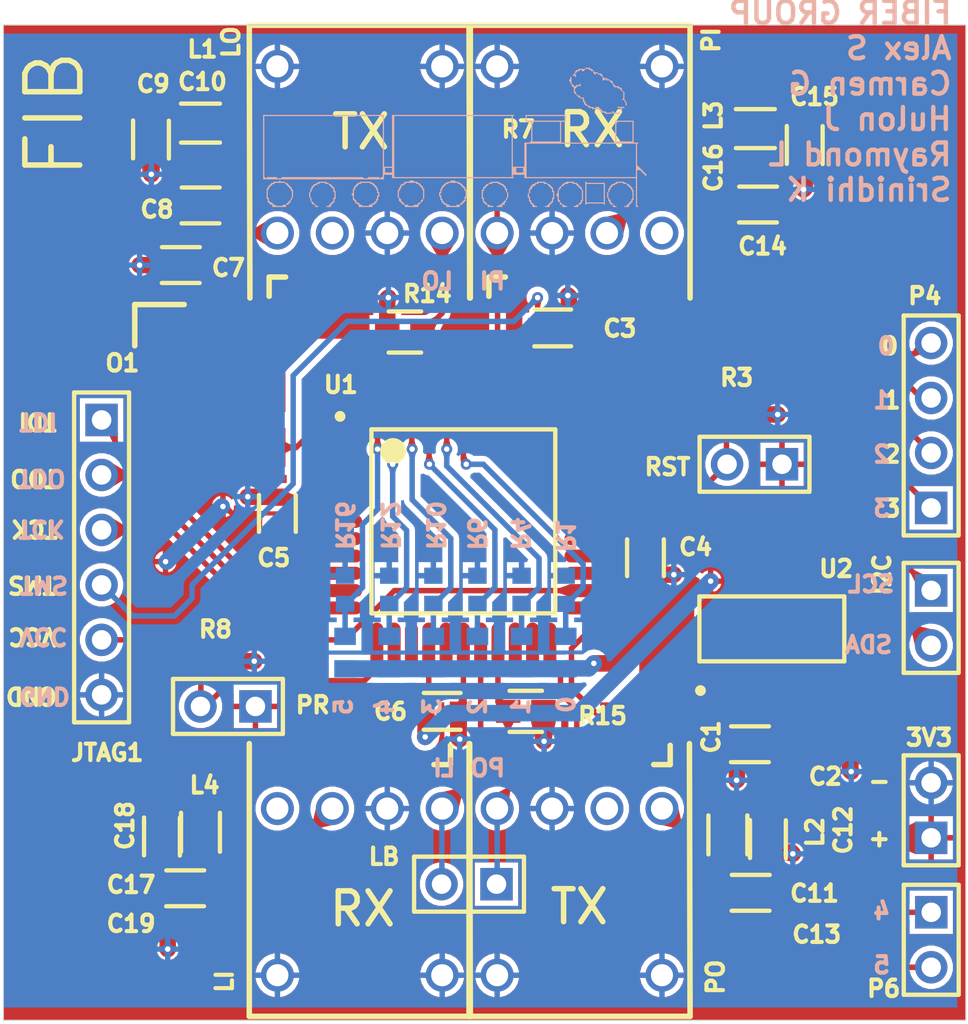
<source format=kicad_pcb>
(kicad_pcb (version 20241229) (generator "pcbnew") (generator_version "9.0")
  (layers (0 "F.Cu" signal "Top Layer") (2 "B.Cu" signal "Bottom Layer") (13 "F.Paste" user "Top Paste") (15 "B.Paste" user "Bottom Paste") (5 "F.SilkS" user "Top Overlay") (7 "B.SilkS" user "Bottom Overlay") (1 "F.Mask" user "Top Solder") (3 "B.Mask" user "Bottom Solder") (25 "Edge.Cuts" user))
  (property "SHEETTOTAL" "1")
  (net 0 "")
  (net 1 "SEL5")
  (net 2 "SEL4")
  (net 3 "SEL3")
  (net 4 "SEL2")
  (net 5 "SEL1")
  (net 6 "SEL0")
  (net 7 "i2c_mode")
  (net 8 "GPIO5")
  (net 9 "GPIO4")
  (net 10 "GPIO3")
  (net 11 "GPIO2")
  (net 12 "GPIO1")
  (net 13 "GPIO0")
  (net 14 "Reset")
  (net 15 "NetC17_1")
  (net 16 "NetC11_1")
  (net 17 "PO")
  (net 18 "PI")
  (net 19 "SDA")
  (net 20 "SCL")
  (net 21 "LO")
  (net 22 "LI")
  (net 23 "250MHz")
  (net 24 "TMS")
  (net 25 "TCK")
  (net 26 "TDO")
  (net 27 "TDI")
  (net 28 "NetC14_1")
  (net 29 "NetC8_1")
  (net 30 "JTAG_VCC")
  (net 31 "GND")
  (net 32 "+3.3")
  (net 33 "+1.8V")
  (footprint "Vault:CAPC1608X90X35LL15T15" (layer "F.Cu") (at 164.7511 115.3082 180)
    (property "Reference" "C2")
    (property "Value" "100nF 0603" (hide yes))
  )
  (footprint "Vault:FP-C0603C106M9PACTU-MFG" (layer "F.Cu") (at 133.0791 87.3082 -90)
    (property "Reference" "C9")
    (property "Value" "10uF 0603" (hide yes))
  )
  (footprint "Vault:FP-C0603C106M9PACTU-MFG" (layer "F.Cu") (at 133.5871 119.5122 -90)
    (property "Reference" "C18")
    (property "Value" "10uF 0603" (hide yes))
  )
  (footprint "Vault:FP-C0603C106M9PACTU-MFG" (layer "F.Cu") (at 161.6033 119.6328 -90)
    (property "Reference" "C12")
    (property "Value" "10uF 0603" (hide yes))
  )
  (footprint "FiberTranscievers:PCBComponent_1" (layer "F.Cu") (at 149.0811 91.6262 180)
    (property "Reference" "PI")
    (property "Value" "RX" (hide yes))
  )
  (footprint "Vault:SOT-223_L" (layer "F.Cu") (at 161.7811 109.9142 90)
    (property "Reference" "U2")
    (property "Value" "LD1117AS18TR" (hide yes))
  )
  (footprint "Vault:RESC1608X55X25ML10T15" (layer "F.Cu") (at 149.9011 88.4082)
    (property "Reference" "R7")
    (property "Value" "RC0603JR-070RL" (hide yes))
  )
  (footprint "Vault:FP-CC0603-DA-MFG" (layer "F.Cu") (at 138.9211 104.5802 90)
    (property "Reference" "C5")
    (property "Value" "CC0603KRX7R7BB104" (hide yes))
  )
  (footprint "Miscellaneous Connectors:HDR1X4" (layer "F.Cu") (at 169.1471 104.3262 90)
    (property "Reference" "P4")
    (property "Value" "Header 4" (hide yes))
  )
  (footprint "Vault:CAPC1608X90X35LL15T15" (layer "F.Cu") (at 134.5015 123.5286)
    (property "Reference" "C19")
    (property "Value" "100nF 0603" (hide yes))
  )
  (footprint "Miscellaneous Connectors:HDR1X2" (layer "F.Cu") (at 162.2511 102.3082 180)
    (property "Reference" "RST")
    (property "Value" "Header 2" (hide yes))
  )
  (footprint "Oscillator:Oscillator" (layer "F.Cu") (at 138.2951 96.4522 -90)
    (property "Reference" "O1")
    (property "Value" "Oscillator" (hide yes))
  )
  (footprint "Vault:FP-C0603C106M9PACTU-MFG" (layer "F.Cu") (at 134.6539 121.903 180)
    (property "Reference" "C17")
    (property "Value" "10uF 0603" (hide yes))
  )
  (footprint "FiberTranscievers:PCBComponent_1" (layer "F.Cu") (at 156.7011 118.2162)
    (property "Reference" "PO")
    (property "Value" "TX" (hide yes))
  )
  (footprint "Miscellaneous Connectors:HDR1X2" (layer "F.Cu") (at 169.1471 108.1362 -90)
    (property "Reference" "I2C")
    (property "Value" "Header 2" (hide yes))
  )
  (footprint "FiberTranscievers:PCBComponent_1" (layer "F.Cu") (at 146.5411 118.2162)
    (property "Reference" "LI")
    (property "Value" "RX" (hide yes))
  )
  (footprint "Vault:FP-C0603C106M9PACTU-MFG" (layer "F.Cu") (at 160.7651 115.2482 180)
    (property "Reference" "C1")
    (property "Value" "10uF 0603" (hide yes))
  )
  (footprint "Vault:FP-LBMF1608-0_8-0_2-MFG" (layer "F.Cu") (at 135.3651 119.3122 90)
    (property "Reference" "L4")
    (property "Value" "1uH" (hide yes))
  )
  (footprint "Vault:RESC1609X55X30LL15T15" (layer "F.Cu") (at 136.0511 111.4082 180)
    (property "Reference" "R8")
    (property "Value" "ERJ3EKF1002V" (hide yes))
  )
  (footprint "Vault:FP-C0603C106M9PACTU-MFG" (layer "F.Cu") (at 160.8063 122.1062)
    (property "Reference" "C11")
    (property "Value" "10uF 0603" (hide yes))
  )
  (footprint "Vault:FP-CC0603-DA-MFG" (layer "F.Cu") (at 155.9391 106.6242 -90)
    (property "Reference" "C4")
    (property "Value" "CC0603KRX7R7BB104" (hide yes))
  )
  (footprint "Vault:FP-LBMF1608-0_8-0_2-MFG" (layer "F.Cu") (at 161.0191 86.8002)
    (property "Reference" "L3")
    (property "Value" "1uH" (hide yes))
  )
  (footprint "Miscellaneous Connectors:HDR1X2" (layer "F.Cu") (at 137.9051 113.4972 180)
    (property "Reference" "PR")
    (property "Value" "Header 2" (hide yes))
  )
  (footprint "Vault:FP-LBMF1608-0_8-0_2-MFG" (layer "F.Cu") (at 159.7491 119.4328 90)
    (property "Reference" "L2")
    (property "Value" "1uH" (hide yes))
  )
  (footprint "Vault:FP-C0603C106M9PACTU-MFG" (layer "F.Cu") (at 135.3651 90.3524 180)
    (property "Reference" "C8")
    (property "Value" "10uF 0603" (hide yes))
  )
  (footprint "Vault:FP-CC0603-DA-MFG" (layer "F.Cu") (at 151.6511 96.0082)
    (property "Reference" "C3")
    (property "Value" "CC0603KRX7R7BB104" (hide yes))
  )
  (footprint "Vault:FP-CRCW0603-e3-IPC_A" (layer "F.Cu") (at 144.81649 96.1982)
    (property "Reference" "R14")
    (property "Value" "4.7k 0603" (hide yes))
  )
  (footprint "Vault:FP-C0603C106M9PACTU-MFG" (layer "F.Cu") (at 163.3051 87.5622 -90)
    (property "Reference" "C15")
    (property "Value" "10uF 0603" (hide yes))
  )
  (footprint "Vault:CAPC1608X90X35LL15T15" (layer "F.Cu") (at 160.8413 124.0112 180)
    (property "Reference" "C13")
    (property "Value" "100nF 0603" (hide yes))
  )
  (footprint "FiberTranscievers:PCBComponent_1" (layer "F.Cu") (at 138.9211 91.6262 180)
    (property "Reference" "LO")
    (property "Value" "TX" (hide yes))
  )
  (footprint "Vault:FP-CRCW0603-e3-IPC_A" (layer "F.Cu") (at 150.40449 113.7242 180)
    (property "Reference" "R15")
    (property "Value" "4.7k 0603" (hide yes))
  )
  (footprint "Vault:CAPC1608X90X35LL15T15" (layer "F.Cu") (at 161.0691 88.502 180)
    (property "Reference" "C16")
    (property "Value" "100nF 0603" (hide yes))
  )
  (footprint "Miscellaneous Connectors:HDR1X6" (layer "F.Cu") (at 130.7931 100.2622 -90)
    (property "Reference" "JTAG1")
    (property "Value" "Header 6" (hide yes))
  )
  (footprint "Vault:FP-CC0603-DA-MFG" (layer "F.Cu") (at 146.5411 113.7242)
    (property "Reference" "C6")
    (property "Value" "CC0603KRX7R7BB104" (hide yes))
  )
  (footprint "Vault:VQG44_M" (layer "F.Cu") (at 147.5191 104.9462)
    (property "Reference" "U1")
    (property "Value" "XC2C64A-5VQG44C" (hide yes))
  )
  (footprint "Miscellaneous Connectors:HDR1X2" (layer "F.Cu") (at 169.1511 123.0082 -90)
    (property "Reference" "P6")
    (property "Value" "Header 2" (hide yes))
  )
  (footprint "Vault:FP-C0603C106M9PACTU-MFG" (layer "F.Cu") (at 134.4511 93.1082 180)
    (property "Reference" "C7")
    (property "Value" "10uF 0603" (hide yes))
  )
  (footprint "Vault:CAPC1608X90X35LL15T15" (layer "F.Cu") (at 135.3397 88.422)
    (property "Reference" "C10")
    (property "Value" "100nF 0603" (hide yes))
  )
  (footprint "Vault:RESC1609X55X30LL15T15" (layer "F.Cu") (at 160.3011 100.0082 180)
    (property "Reference" "R3")
    (property "Value" "ERJ3EKF1002V" (hide yes))
  )
  (footprint "Vault:FP-LBMF1608-0_8-0_2-MFG" (layer "F.Cu") (at 135.3651 86.5462 180)
    (property "Reference" "L1")
    (property "Value" "1uH" (hide yes))
  )
  (footprint "Miscellaneous Connectors:HDR1X2" (layer "F.Cu") (at 169.1471 119.5662 90)
    (property "Reference" "3V3")
    (property "Value" "Header 2" (hide yes))
  )
  (footprint "Miscellaneous Connectors:HDR1X2" (layer "F.Cu") (at 149.0511 121.7082 180)
    (property "Reference" "LB")
    (property "Value" "Header 2" (hide yes))
  )
  (footprint "Vault:FP-C0603C106M9PACTU-MFG" (layer "F.Cu") (at 161.1461 90.3054)
    (property "Reference" "C14")
    (property "Value" "10uF 0603" (hide yes))
  )
  (footprint "Vault:RESC1608X55X25ML10T15" (layer "B.Cu") (at 148.17109 111.0082 -90)
    (property "Reference" "2")
    (property "Value" "RC0603JR-070RL" (hide yes))
  )
  (footprint "Vault:RESC1609X55X30LL15T15" (layer "B.Cu") (at 148.17109 108.1082 -90)
    (property "Reference" "R6")
    (property "Value" "ERJ3EKF1002V" (hide yes))
  )
  (footprint "Vault:RESC1608X55X25ML10T15" (layer "B.Cu") (at 146.1311 111.0082 -90)
    (property "Reference" "3")
    (property "Value" "RC0603JR-070RL" (hide yes))
  )
  (footprint "Vault:RESC1609X55X30LL15T15" (layer "B.Cu") (at 152.25109 108.1082 -90)
    (property "Reference" "R1")
    (property "Value" "ERJ3EKF1002V" (hide yes))
  )
  (footprint "Vault:RESC1609X55X30LL15T15" (layer "B.Cu") (at 144.0911 108.1082 -90)
    (property "Reference" "R12")
    (property "Value" "ERJ3EKF1002V" (hide yes))
  )
  (footprint "Vault:RESC1608X55X25ML10T15" (layer "B.Cu") (at 150.21109 111.0082 -90)
    (property "Reference" "1")
    (property "Value" "RC0603JR-070RL" (hide yes))
  )
  (footprint "Vault:RESC1608X55X25ML10T15" (layer "B.Cu") (at 144.0911 111.0082 -90)
    (property "Reference" "4")
    (property "Value" "RC0603JR-070RL" (hide yes))
  )
  (footprint "Vault:RESC1608X55X25ML10T15" (layer "B.Cu") (at 152.25109 111.0082 -90)
    (property "Reference" "0")
    (property "Value" "RC0603JR-070RL" (hide yes))
  )
  (footprint "Vault:RESC1609X55X30LL15T15" (layer "B.Cu") (at 150.21109 108.1082 -90)
    (property "Reference" "R4")
    (property "Value" "ERJ3EKF1002V" (hide yes))
  )
  (footprint "Vault:RESC1608X55X25ML10T15" (layer "B.Cu") (at 142.0511 111.0082 -90)
    (property "Reference" "5")
    (property "Value" "RC0603JR-070RL" (hide yes))
  )
  (footprint "Vault:RESC1609X55X30LL15T15" (layer "B.Cu") (at 146.1311 108.1082 -90)
    (property "Reference" "R10")
    (property "Value" "ERJ3EKF1002V" (hide yes))
  )
  (footprint "Vault:RESC1609X55X30LL15T15" (layer "B.Cu") (at 142.0511 108.1082 -90)
    (property "Reference" "R16")
    (property "Value" "ERJ3EKF1002V" (hide yes))
  )
  (gr_poly (pts (xy 146.0461 113.02325) (xy 146.1731 113.2803) (xy 145.6651 113.2803) (xy 145.7921 113.02325)) (fill yes) (layer "F.Cu") (net 33))
  (gr_poly (pts (xy 143.4241 100.50727) (xy 143.29952 100.16783) (xy 143.77849 100.12096) (xy 143.6781 100.47749)) (fill yes) (layer "F.Cu") (net 1))
  (gr_poly (pts (xy 146.4141 92.83474) (xy 146.0077 92.17038) (xy 147.0745 92.17038) (xy 146.6681 92.83474)) (fill yes) (layer "F.Cu") (net 21))
  (gr_poly (pts (xy 158.99815 119.9308) (xy 159.2552 119.8038) (xy 159.2552 120.3118) (xy 158.99815 120.1848)) (fill yes) (layer "F.Cu") (net 16))
  (gr_poly (pts (xy 149.2271 97.99051) (xy 149.35168 98.34151) (xy 148.85971 98.37144) (xy 148.9731 98.00626)) (fill yes) (layer "F.Cu") (net 18))
  (gr_poly (pts (xy 154.46691 101.0732) (xy 154.09902 101.19778) (xy 154.09902 100.69462) (xy 154.46691 100.8192)) (fill yes) (layer "F.Cu") (net 12))
  (gr_poly (pts (xy 159.5541 100.68415) (xy 159.4271 100.4271) (xy 159.9351 100.4271) (xy 159.8081 100.68415)) (fill yes) (layer "F.Cu") (net 14))
  (gr_poly (pts (xy 135.1269 122.60395) (xy 134.9999 122.3469) (xy 135.5079 122.3469) (xy 135.3809 122.60395)) (fill yes) (layer "F.Cu") (net 15))
  (gr_poly (pts (xy 133.2061 121.24615) (xy 133.14015 120.48415) (xy 134.03405 120.48415) (xy 133.9681 121.24615)) (fill yes) (layer "F.Cu") (net 31))
  (gr_poly (pts (xy 140.57129 100.8192) (xy 140.93918 100.69462) (xy 140.93918 101.19778) (xy 140.57129 101.0732)) (fill yes) (layer "F.Cu") (net 23))
  (gr_poly (pts (xy 151.97129 108.0192) (xy 152.33918 107.89462) (xy 152.33918 108.39778) (xy 151.97129 108.2732)) (fill yes) (layer "F.Cu") (net 26))
  (gr_poly (pts (xy 154.46691 102.6732) (xy 154.09902 102.79778) (xy 154.09902 102.29462) (xy 154.46691 102.4192)) (fill yes) (layer "F.Cu") (net 10))
  (gr_poly (pts (xy 133.78005 86.8352) (xy 133.523 86.9622) (xy 133.523 86.4542) (xy 133.78005 86.5812)) (fill yes) (layer "F.Cu") (net 32))
  (gr_poly (pts (xy 161.8723 122.80225) (xy 161.91325 123.56425) (xy 161.06935 123.56425) (xy 161.1103 122.80225)) (fill yes) (layer "F.Cu") (net 31))
  (gr_poly (pts (xy 146.6241 100.50727) (xy 146.49952 100.16783) (xy 146.97849 100.12096) (xy 146.8781 100.4775)) (fill yes) (layer "F.Cu") (net 5))
  (gr_poly (pts (xy 163.7201 116.51715) (xy 163.67915 115.75515) (xy 164.52305 115.75515) (xy 164.4821 116.51715)) (fill yes) (layer "F.Cu") (net 32))
  (gr_poly (pts (xy 160.5211 87.80105) (xy 160.6481 88.0581) (xy 160.1401 88.0581) (xy 160.2671 87.80105)) (fill yes) (layer "F.Cu") (net 28))
  (gr_poly (pts (xy 154.46691 105.0732) (xy 154.09902 105.19778) (xy 154.09902 104.69462) (xy 154.46691 104.8192)) (fill yes) (layer "F.Cu") (net 19))
  (gr_poly (pts (xy 140.57129 108.0192) (xy 140.93918 107.89462) (xy 140.93918 108.39778) (xy 140.57129 108.2732)) (fill yes) (layer "F.Cu") (net 24))
  (gr_poly (pts (xy 147.48547 117.45143) (xy 147.30306 118.20858) (xy 146.54872 117.45424) (xy 147.30587 117.27183)) (fill yes) (layer "F.Cu") (net 22))
  (gr_poly (pts (xy 134.3087 89.63095) (xy 134.26775 88.86895) (xy 135.11165 88.86895) (xy 135.0707 89.63095)) (fill yes) (layer "F.Cu") (net 31))
  (gr_poly (pts (xy 164.4721 114.09925) (xy 164.52305 114.86125) (xy 163.67915 114.86125) (xy 163.7101 114.09925)) (fill yes) (layer "F.Cu") (net 32))
  (gr_poly (pts (xy 146.37596 95.67018) (xy 146.19331 96.02939) (xy 145.83715 95.67323) (xy 146.19636 95.49058)) (fill yes) (layer "F.Cu") (net 21))
  (gr_poly (pts (xy 155.31254 106.27115) (xy 155.49215 105.91194) (xy 155.85136 106.27115) (xy 155.49215 106.45075)) (fill yes) (layer "F.Cu") (net 32))
  (gr_poly (pts (xy 151.79898 111.83069) (xy 151.45075 111.65864) (xy 151.81557 111.31151) (xy 151.97859 111.65108)) (fill yes) (layer "F.Cu") (net 8))
  (gr_poly (pts (xy 162.9241 89.29615) (xy 162.85815 88.53415) (xy 163.75205 88.53415) (xy 163.6861 89.29615)) (fill yes) (layer "F.Cu") (net 31))
  (gr_poly (pts (xy 157.46587 119.16057) (xy 156.70872 118.97816) (xy 157.46306 118.22382) (xy 157.64547 118.98097)) (fill yes) (layer "F.Cu") (net 16))
  (gr_poly (pts (xy 136.64648 104.58318) (xy 136.47641 104.50349) (xy 136.64907 104.19262) (xy 136.76463 104.34213)) (fill yes) (layer "F.Cu") (net 32))
  (gr_poly (pts (xy 150.8461 97.99839) (xy 150.97068 98.36628) (xy 150.46752 98.36628) (xy 150.5921 97.99839)) (fill yes) (layer "F.Cu") (net 30))
  (gr_poly (pts (xy 144.1581 100.47596) (xy 144.05971 100.12096) (xy 144.53668 100.17043) (xy 144.4121 100.50809)) (fill yes) (layer "F.Cu") (net 2))
  (gr_poly (pts (xy 136.1046 89.65145) (xy 136.2316 89.90545) (xy 135.7236 89.90545) (xy 135.8506 89.65145)) (fill yes) (layer "F.Cu") (net 29))
  (gr_poly (pts (xy 146.8781 101.23583) (xy 146.9289 101.42681) (xy 146.5733 101.42681) (xy 146.6241 101.23583)) (fill yes) (layer "F.Cu") (net 5))
  (gr_poly (pts (xy 144.4121 101.95934) (xy 144.45158 102.15224) (xy 144.09918 102.10464) (xy 144.1581 101.91944)) (fill yes) (layer "F.Cu") (net 2))
  (gr_poly (pts (xy 134.4349 122.31965) (xy 134.27345 123.08165) (xy 133.42955 123.08165) (xy 133.6729 122.31965)) (fill yes) (layer "F.Cu") (net 31))
  (gr_poly (pts (xy 159.92015 90.1784) (xy 160.1772 90.0514) (xy 160.1772 90.5594) (xy 159.92015 90.4324)) (fill yes) (layer "F.Cu") (net 28))
  (gr_poly (pts (xy 138.3841 94.79325) (xy 138.7651 95.5583) (xy 137.29815 95.55525) (xy 137.6221 94.79325)) (fill yes) (layer "F.Cu") (net 32))
  (gr_poly (pts (xy 149.4621 114.50622) (xy 149.3351 114.24917) (xy 149.8431 114.24917) (xy 149.7161 114.50622)) (fill yes) (layer "F.Cu") (net 17))
  (gr_poly (pts (xy 154.46691 104.2732) (xy 154.09902 104.39778) (xy 154.09902 103.89462) (xy 154.46691 104.0192)) (fill yes) (layer "F.Cu") (net 20))
  (gr_poly (pts (xy 134.21415 86.5812) (xy 134.4712 86.4542) (xy 134.4712 86.9622) (xy 134.21415 86.8352)) (fill yes) (layer "F.Cu") (net 32))
  (gr_poly (pts (xy 148.1921 111.89401) (xy 148.06752 111.52612) (xy 148.57068 111.52612) (xy 148.4461 111.89401)) (fill yes) (layer "F.Cu") (net 22))
  (gr_poly (pts (xy 150.6293 96.5144) (xy 150.57005 96.45515) (xy 151.16625 96.45515) (xy 150.8089 96.694)) (fill yes) (layer "F.Cu") (net 30))
  (gr_poly (pts (xy 152.7821 94.79925) (xy 152.79805 95.56125) (xy 152.00415 95.56125) (xy 152.0201 94.79925)) (fill yes) (layer "F.Cu") (net 31))
  (gr_poly (pts (xy 136.1046 87.72105) (xy 136.2316 87.9781) (xy 135.7236 87.9781) (xy 135.8506 87.72105)) (fill yes) (layer "F.Cu") (net 29))
  (gr_poly (pts (xy 143.6781 101.23583) (xy 143.7289 101.42681) (xy 143.3733 101.42681) (xy 143.4241 101.23583)) (fill yes) (layer "F.Cu") (net 1))
  (gr_poly (pts (xy 155.23815 107.2192) (xy 155.49215 107.0922) (xy 155.49215 107.6002) (xy 155.23815 107.4732)) (fill yes) (layer "F.Cu") (net 31))
  (gr_poly (pts (xy 147.6461 113.02325) (xy 147.68805 113.27725) (xy 147.2651 113.2803) (xy 147.3921 113.02325)) (fill yes) (layer "F.Cu") (net 31))
  (gr_poly (pts (xy 160.3333 121.40525) (xy 160.4603 121.6623) (xy 159.9523 121.6623) (xy 160.0793 121.40525)) (fill yes) (layer "F.Cu") (net 16))
  (gr_poly (pts (xy 145.7921 111.89402) (xy 145.66752 111.52612) (xy 146.17068 111.52612) (xy 146.0461 111.89402)) (fill yes) (layer "F.Cu") (net 33))
  (gr_poly (pts (xy 154.46691 106.6732) (xy 154.09902 106.79778) (xy 154.09902 106.29462) (xy 154.46691 106.4192)) (fill yes) (layer "F.Cu") (net 32))
  (gr_poly (pts (xy 155.10547 90.86143) (xy 154.92306 91.61858) (xy 154.16872 90.86424) (xy 154.92587 90.68183)) (fill yes) (layer "F.Cu") (net 28))
  (gr_poly (pts (xy 145.0081 100.50064) (xy 144.88352 100.14697) (xy 145.37849 100.12096) (xy 145.2621 100.48738)) (fill yes) (layer "F.Cu") (net 3))
  (gr_poly (pts (xy 160.3333 123.31025) (xy 160.4603 123.5673) (xy 159.9523 123.5673) (xy 160.0793 123.31025)) (fill yes) (layer "F.Cu") (net 16))
  (gr_poly (pts (xy 148.9731 92.83771) (xy 148.56143 92.18351) (xy 149.6279 92.15691) (xy 149.2271 92.83128)) (fill yes) (layer "F.Cu") (net 18))
  (gr_poly (pts (xy 139.62205 105.4572) (xy 139.36805 105.5842) (xy 139.36805 105.0762) (xy 139.62205 105.2032)) (fill yes) (layer "F.Cu") (net 32))
  (gr_poly (pts (xy 145.8081 100.50064) (xy 145.68352 100.14698) (xy 146.17849 100.12096) (xy 146.0621 100.48739)) (fill yes) (layer "F.Cu") (net 4))
  (gr_poly (pts (xy 140.57129 105.6192) (xy 140.93918 105.49462) (xy 140.93918 105.99778) (xy 140.57129 105.8732)) (fill yes) (layer "F.Cu") (net 32))
  (gr_poly (pts (xy 148.4461 97.99839) (xy 148.57068 98.36628) (xy 148.06752 98.36628) (xy 148.1921 97.99839)) (fill yes) (layer "F.Cu") (net 21))
  (gr_poly (pts (xy 135.3809 122.82765) (xy 135.5079 123.0847) (xy 134.9999 123.0847) (xy 135.1269 122.82765)) (fill yes) (layer "F.Cu") (net 15))
  (gr_poly (pts (xy 140.51673 118.98097) (xy 140.69914 118.22382) (xy 141.45348 118.97816) (xy 140.69633 119.16057)) (fill yes) (layer "F.Cu") (net 15))
  (gr_poly (pts (xy 150.8241 94.98057) (xy 150.7733 94.78959) (xy 151.1289 94.78959) (xy 151.0781 94.98057)) (fill yes) (layer "F.Cu") (net 30))
  (gr_poly (pts (xy 161.3381 89.71095) (xy 161.29715 88.94895) (xy 162.14105 88.94895) (xy 162.1001 89.71095)) (fill yes) (layer "F.Cu") (net 31))
  (gr_poly (pts (xy 151.0781 95.30725) (xy 151.2051 95.5643) (xy 150.6971 95.5643) (xy 150.8241 95.30725)) (fill yes) (layer "F.Cu") (net 30))
  (gr_poly (pts (xy 143.3259 111.8064) (xy 143.31035 111.58148) (xy 143.59613 111.65741) (xy 143.5799 111.8064)) (fill yes) (layer "F.Cu") (net 7))
  (gr_poly (pts (xy 161.0253 121.36675) (xy 161.15635 120.60475) (xy 162.05025 120.60475) (xy 161.7873 121.36675)) (fill yes) (layer "F.Cu") (net 31))
  (gr_poly (pts (xy 147.3921 111.89401) (xy 147.26752 111.52612) (xy 147.77068 111.52612) (xy 147.6461 111.89401)) (fill yes) (layer "F.Cu") (net 31))
  (gr_poly (pts (xy 135.1269 120.46315) (xy 134.9999 120.2061) (xy 135.5079 120.2061) (xy 135.3809 120.46315)) (fill yes) (layer "F.Cu") (net 15))
  (gr_poly (pts (xy 168.39603 109.74553) (xy 169.1396 109.92624) (xy 168.39714 110.6687) (xy 168.21643 109.92513)) (fill yes) (layer "F.Cu") (net 19))
  (gr_poly (pts (xy 160.4191 89.20295) (xy 160.2921 88.94591) (xy 160.8001 88.94591) (xy 160.6731 89.20295)) (fill yes) (layer "F.Cu") (net 28))
  (gr_poly (pts (xy 154.46691 101.8732) (xy 154.09902 101.99778) (xy 154.09902 101.49462) (xy 154.46691 101.6192)) (fill yes) (layer "F.Cu") (net 11))
  (gr_poly (pts (xy 165.0201 116.4582) (xy 164.97915 115.75515) (xy 165.82305 115.75515) (xy 165.7821 116.4582)) (fill yes) (layer "F.Cu") (net 31))
  (gr_poly (pts (xy 145.3911 114.8872) (xy 145.39415 114.17115) (xy 146.18805 114.17115) (xy 146.1531 114.8872)) (fill yes) (layer "F.Cu") (net 33))
  (gr_poly (pts (xy 131.2891 101.26315) (xy 131.1621 101.00915) (xy 131.54005 101.00915) (xy 131.5431 101.26315)) (fill yes) (layer "F.Cu") (net 27))
  (gr_poly (pts (xy 140.57129 103.2192) (xy 140.93918 103.09462) (xy 140.93918 103.59778) (xy 140.57129 103.4732)) (fill yes) (layer "F.Cu") (net 31))
  (gr_poly (pts (xy 147.6461 101.90185) (xy 147.70874 102.06083) (xy 147.40863 102.23254) (xy 147.3921 101.9388)) (fill yes) (layer "F.Cu") (net 6))
  (gr_poly (pts (xy 167.63815 119.2272) (xy 168.4032 118.8462) (xy 168.40015 120.31315) (xy 167.63815 119.9892)) (fill yes) (layer "F.Cu") (net 32))
  (gr_poly (pts (xy 160.6731 89.60445) (xy 160.8001 89.8615) (xy 160.2921 89.8615) (xy 160.4191 89.60445)) (fill yes) (layer "F.Cu") (net 28))
  (gr_poly (pts (xy 139.62205 103.9572) (xy 139.36805 104.0842) (xy 139.36805 103.5762) (xy 139.62205 103.7032)) (fill yes) (layer "F.Cu") (net 31))
  (gr_poly (pts (xy 146.19636 96.90582) (xy 145.83715 96.72622) (xy 146.19636 96.36701) (xy 146.37596 96.72622)) (fill yes) (layer "F.Cu") (net 21))
  (gr_poly (pts (xy 160.2671 87.55115) (xy 160.1401 87.29715) (xy 160.6481 87.29715) (xy 160.5211 87.55115)) (fill yes) (layer "F.Cu") (net 28))
  (gr_poly (pts (xy 168.28551 97.1184) (xy 168.42077 96.89313) (xy 168.62701 97.24657) (xy 168.46511 97.298)) (fill yes) (layer "F.Cu") (net 13))
  (gr_poly (pts (xy 137.71256 91.4992) (xy 138.37692 91.0928) (xy 138.37692 92.1596) (xy 137.71256 91.7532)) (fill yes) (layer "F.Cu") (net 29))
  (gr_poly (pts (xy 148.9921 111.89402) (xy 148.86752 111.52612) (xy 149.37068 111.52612) (xy 149.2461 111.89402)) (fill yes) (layer "F.Cu") (net 17))
  (gr_poly (pts (xy 146.9101 114.93315) (xy 146.89415 114.17115) (xy 147.68805 114.17115) (xy 147.6721 114.93315)) (fill yes) (layer "F.Cu") (net 31))
  (gr_poly (pts (xy 131.98227 105.4692) (xy 131.32871 105.8672) (xy 131.32871 104.8172) (xy 131.98227 105.2152)) (fill yes) (layer "F.Cu") (net 25))
  (gr_poly (pts (xy 131.98227 102.9292) (xy 131.32871 103.3272) (xy 131.32871 102.2772) (xy 131.98227 102.6752)) (fill yes) (layer "F.Cu") (net 24))
  (gr_poly (pts (xy 132.6981 88.8983) (xy 132.63215 88.28015) (xy 133.52605 88.28015) (xy 133.4601 88.8983)) (fill yes) (layer "F.Cu") (net 31))
  (gr_poly (pts (xy 153.0921 109.49971) (xy 152.9651 109.24267) (xy 153.4731 109.24267) (xy 153.3461 109.49971)) (fill yes) (layer "F.Cu") (net 9))
  (gr_poly (pts (xy 140.57129 108.8192) (xy 140.93918 108.69462) (xy 140.93918 109.19778) (xy 140.57129 109.0732)) (fill yes) (layer "F.Cu") (net 25))
  (gr_poly (pts (xy 140.57129 107.2192) (xy 140.93918 107.09462) (xy 140.93918 107.59778) (xy 140.57129 107.4732)) (fill yes) (layer "F.Cu") (net 27))
  (gr_poly (pts (xy 168.40015 107.20964) (xy 168.75936 107.3923) (xy 168.4032 107.74846) (xy 168.22054 107.38925)) (fill yes) (layer "F.Cu") (net 20))
  (gr_poly (pts (xy 163.7101 114.57315) (xy 163.63415 113.81115) (xy 164.52805 113.81115) (xy 164.4721 114.57315)) (fill yes) (layer "F.Cu") (net 32))
  (gr_poly (pts (xy 147.3921 100.49402) (xy 147.26752 100.12612) (xy 147.77068 100.12612) (xy 147.6461 100.49402)) (fill yes) (layer "F.Cu") (net 6))
  (gr_poly (pts (xy 162.9023 88.883) (xy 162.14105 88.94895) (xy 162.14105 88.05505) (xy 162.9023 88.121)) (fill yes) (layer "F.Cu") (net 31))
  (gr_poly (pts (xy 135.3809 121.20205) (xy 135.5079 121.45605) (xy 134.9999 121.45605) (xy 135.1269 121.20205)) (fill yes) (layer "F.Cu") (net 15))
  (gr_poly (pts (xy 149.6789 117.45434) (xy 149.64637 117.70521) (xy 149.14644 117.45701) (xy 149.4993 117.27474)) (fill yes) (layer "F.Cu") (net 17))
  (gr_poly (pts (xy 136.41205 90.97896) (xy 136.05284 90.7963) (xy 136.334 90.36514) (xy 136.60646 90.81415)) (fill yes) (layer "F.Cu") (net 29))
  (gr_poly (pts (xy 160.0793 122.80715) (xy 159.9523 122.55315) (xy 160.4603 122.55315) (xy 160.3333 122.80715)) (fill yes) (layer "F.Cu") (net 16))
  (gr_poly (pts (xy 154.46691 107.4732) (xy 154.09902 107.59778) (xy 154.09902 107.09462) (xy 154.46691 107.2192)) (fill yes) (layer "F.Cu") (net 31))
  (gr_poly (pts (xy 145.2621 101.22734) (xy 145.31712 101.41597) (xy 144.96223 101.43837) (xy 145.0081 101.24588)) (fill yes) (layer "F.Cu") (net 3))
  (gr_poly (pts (xy 150.83889 115.01422) (xy 150.65542 114.25222) (xy 151.78436 114.25222) (xy 151.60089 115.01422)) (fill yes) (layer "F.Cu") (net 31))
  (gr_poly (pts (xy 136.18505 93.4892) (xy 135.42305 93.55515) (xy 135.42305 92.66125) (xy 136.18505 92.7272)) (fill yes) (layer "F.Cu") (net 32))
  (gr_poly (pts (xy 139.54605 101.6592) (xy 139.289 101.7862) (xy 139.289 101.2782) (xy 139.54605 101.4052)) (fill yes) (layer "F.Cu") (net 23))
  (gr_poly (pts (xy 136.11605 120.0642) (xy 135.86205 120.1912) (xy 135.86205 119.6832) (xy 136.11605 119.8102)) (fill yes) (layer "F.Cu") (net 15))
  (gr_poly (pts (xy 149.2461 112.94218) (xy 149.3731 113.19618) (xy 149.02463 113.19618) (xy 148.9921 112.94218)) (fill yes) (layer "F.Cu") (net 17))
  (gr_poly (pts (xy 135.8506 89.12295) (xy 135.7236 88.8659) (xy 136.2316 88.8659) (xy 136.1046 89.12295)) (fill yes) (layer "F.Cu") (net 29))
  (gr_poly (pts (xy 154.46691 103.4732) (xy 154.09902 103.59778) (xy 154.09902 103.09462) (xy 154.46691 103.2192)) (fill yes) (layer "F.Cu") (net 14))
  (gr_poly (pts (xy 151.99822 98.50851) (xy 151.81557 98.86772) (xy 151.68808 98.28041) (xy 151.95705 98.19048)) (fill yes) (layer "F.Cu") (net 13))
  (gr_poly (pts (xy 135.8506 87.29715) (xy 135.7236 87.0401) (xy 136.2316 87.0401) (xy 136.1046 87.29715)) (fill yes) (layer "F.Cu") (net 29))
  (gr_poly (pts (xy 146.0621 101.92734) (xy 146.11712 102.11597) (xy 145.76223 102.13837) (xy 145.8081 101.94588)) (fill yes) (layer "F.Cu") (net 4))
  (gr_poly (pts (xy 150.99214 111.3772) (xy 151.75414 111.36125) (xy 151.75414 112.15515) (xy 150.99214 112.1392)) (fill yes) (layer "B.Cu") (net 32))
  (gr_poly (pts (xy 144.1241 102.68057) (xy 144.0733 102.48959) (xy 144.4289 102.48959) (xy 144.3781 102.68057)) (fill yes) (layer "B.Cu") (net 2))
  (gr_poly (pts (xy 145.35005 112.1392) (xy 144.58805 112.15515) (xy 144.58805 111.36125) (xy 145.35005 111.3772)) (fill yes) (layer "B.Cu") (net 32))
  (gr_poly (pts (xy 142.83215 111.3772) (xy 143.59415 111.36125) (xy 143.59415 112.15515) (xy 142.83215 112.1392)) (fill yes) (layer "B.Cu") (net 32))
  (gr_poly (pts (xy 146.91214 111.3772) (xy 147.67414 111.36125) (xy 147.67414 112.15515) (xy 146.91214 112.1392)) (fill yes) (layer "B.Cu") (net 32))
  (gr_poly (pts (xy 143.31005 112.1392) (xy 142.54805 112.15515) (xy 142.54805 111.36125) (xy 143.31005 111.3772)) (fill yes) (layer "B.Cu") (net 32))
  (gr_poly (pts (xy 144.87215 111.3772) (xy 145.63415 111.36125) (xy 145.63415 112.15515) (xy 144.87215 112.1392)) (fill yes) (layer "B.Cu") (net 32))
  (gr_poly (pts (xy 147.39005 112.1392) (xy 146.62805 112.15515) (xy 146.62805 111.36125) (xy 147.39005 111.3772)) (fill yes) (layer "B.Cu") (net 32))
  (gr_poly (pts (xy 150.59799 94.7817) (xy 150.69711 94.61074) (xy 150.94856 94.86219) (xy 150.7776 94.96131)) (fill yes) (layer "B.Cu") (net 30))
  (gr_poly (pts (xy 151.47004 112.1392) (xy 150.70804 112.15515) (xy 150.70804 111.36125) (xy 151.47004 111.3772)) (fill yes) (layer "B.Cu") (net 32))
  (gr_poly (pts (xy 148.95214 111.3772) (xy 149.71414 111.36125) (xy 149.71414 112.15515) (xy 148.95214 112.1392)) (fill yes) (layer "B.Cu") (net 32))
  (gr_poly (pts (xy 145.0241 101.98057) (xy 144.9733 101.78959) (xy 145.3289 101.78959) (xy 145.2781 101.98057)) (fill yes) (layer "B.Cu") (net 3))
  (gr_poly (pts (xy 149.43005 112.1392) (xy 148.66805 112.15515) (xy 148.66805 111.36125) (xy 149.43005 111.3772)) (fill yes) (layer "B.Cu") (net 32))
  (gr_poly (pts (xy 146.6241 101.98057) (xy 146.5733 101.78959) (xy 146.9289 101.78959) (xy 146.8781 101.98057)) (fill yes) (layer "B.Cu") (net 5))
  (gr_poly (pts (xy 147.1461 89.25295) (xy 147.30569 89.25295) (xy 147.30569 89.30614) (xy 147.41208 89.30614) (xy 147.41208 89.35934) (xy 147.46527 89.35934) (xy 147.46527 89.41254) (xy 147.51847 89.41254) (xy 147.51847 89.46573) (xy 147.57166 89.46573) (xy 147.57166 89.51893) (xy 147.62486 89.51893) (xy 147.62486 89.57212) (xy 147.62486 89.62532) (xy 147.67806 89.62532) (xy 147.67806 89.67851) (xy 147.67806 89.73171) (xy 147.67806 89.78491) (xy 147.67806 89.83811) (xy 147.67806 89.8913) (xy 147.67806 89.9445) (xy 147.67806 89.99769) (xy 147.62486 89.99769) (xy 147.62486 90.05089) (xy 147.62486 90.10409) (xy 147.62486 90.15728) (xy 147.57166 90.15728) (xy 147.57166 90.21048) (xy 147.51847 90.21048) (xy 147.51847 90.26367) (xy 147.46527 90.26367) (xy 147.46527 90.31687) (xy 147.35888 90.31687) (xy 147.35888 90.26367) (xy 147.41208 90.26367) (xy 147.41208 90.21048) (xy 147.46527 90.21048) (xy 147.46527 90.15728) (xy 147.51847 90.15728) (xy 147.51847 90.10409) (xy 147.57166 90.10409) (xy 147.57166 90.05089) (xy 147.57166 89.99769) (xy 147.57166 89.9445) (xy 147.62486 89.9445) (xy 147.62486 89.8913) (xy 147.62486 89.83811) (xy 147.62486 89.78491) (xy 147.62486 89.73171) (xy 147.62486 89.67851) (xy 147.57166 89.67851) (xy 147.57166 89.62532) (xy 147.57166 89.57212) (xy 147.51847 89.57212) (xy 147.51847 89.51893) (xy 147.46527 89.51893) (xy 147.46527 89.46573) (xy 147.41208 89.46573) (xy 147.41208 89.41254) (xy 147.35888 89.41254) (xy 147.35888 89.35934) (xy 147.25249 89.35934) (xy 147.25249 89.30614) (xy 146.82692 89.30614) (xy 146.82692 89.35934) (xy 146.72053 89.35934) (xy 146.72053 89.41254) (xy 146.66733 89.41254) (xy 146.66733 89.46573) (xy 146.61413 89.46573) (xy 146.61413 89.51893) (xy 146.56094 89.51893) (xy 146.56094 89.57212) (xy 146.56094 89.62532) (xy 146.50774 89.62532) (xy 146.50774 89.67851) (xy 146.50774 89.73171) (xy 146.50774 89.78491) (xy 146.45454 89.78491) (xy 146.45454 89.83811) (xy 146.45454 89.8913) (xy 146.50774 89.8913) (xy 146.50774 89.9445) (xy 146.50774 89.99769) (xy 146.50774 90.05089) (xy 146.56094 90.05089) (xy 146.56094 90.10409) (xy 146.56094 90.15728) (xy 146.61413 90.15728) (xy 146.61413 90.21048) (xy 146.66733 90.21048) (xy 146.66733 90.26367) (xy 146.77372 90.26367) (xy 146.77372 90.31687) (xy 146.88011 90.31687) (xy 146.88011 90.37007) (xy 147.19929 90.37007) (xy 147.19929 90.31687) (xy 147.35888 90.31687) (xy 147.35888 90.37007) (xy 147.35888 90.42326) (xy 146.72053 90.42326) (xy 146.72053 90.37007) (xy 146.72053 90.31687) (xy 146.61413 90.31687) (xy 146.61413 90.26367) (xy 146.56094 90.26367) (xy 146.56094 90.21048) (xy 146.50774 90.21048) (xy 146.50774 90.15728) (xy 146.50774 90.10409) (xy 146.45454 90.10409) (xy 146.45454 90.05089) (xy 146.45454 89.99769) (xy 146.45454 89.9445) (xy 146.40135 89.9445) (xy 146.40135 89.8913) (xy 146.40135 89.83811) (xy 146.40135 89.78491) (xy 146.40135 89.73171) (xy 146.45454 89.73171) (xy 146.45454 89.67851) (xy 146.45454 89.62532) (xy 146.45454 89.57212) (xy 146.50774 89.57212) (xy 146.50774 89.51893) (xy 146.50774 89.46573) (xy 146.56094 89.46573) (xy 146.56094 89.41254) (xy 146.61413 89.41254) (xy 146.61413 89.35934) (xy 146.66733 89.35934) (xy 146.66733 89.30614) (xy 146.77372 89.30614) (xy 146.77372 89.25295) (xy 146.93331 89.25295) (xy 146.93331 89.19975) (xy 147.1461 89.19975)) (fill yes) (layer "B.SilkS"))
  (gr_poly (pts (xy 141.18812 89.30614) (xy 141.29451 89.30614) (xy 141.29451 89.35934) (xy 141.4009 89.35934) (xy 141.4009 89.41254) (xy 141.4541 89.41254) (xy 141.4541 89.46573) (xy 141.5073 89.46573) (xy 141.5073 89.51893) (xy 141.56049 89.51893) (xy 141.56049 89.57212) (xy 141.56049 89.62532) (xy 141.56049 89.67851) (xy 141.61369 89.67851) (xy 141.61369 89.73171) (xy 141.61369 89.78491) (xy 141.61369 89.83811) (xy 141.61369 89.8913) (xy 141.61369 89.9445) (xy 141.61369 89.99769) (xy 141.61369 90.05089) (xy 141.56049 90.05089) (xy 141.56049 90.10409) (xy 141.56049 90.15728) (xy 141.56049 90.21048) (xy 141.5073 90.21048) (xy 141.5073 90.26367) (xy 141.4541 90.26367) (xy 141.4541 90.31687) (xy 141.4009 90.31687) (xy 141.4009 90.37007) (xy 141.4009 90.42326) (xy 141.18812 90.42326) (xy 141.18812 90.37007) (xy 141.29451 90.37007) (xy 141.29451 90.31687) (xy 141.34771 90.31687) (xy 141.34771 90.26367) (xy 141.4009 90.26367) (xy 141.4009 90.21048) (xy 141.4541 90.21048) (xy 141.4541 90.15728) (xy 141.5073 90.15728) (xy 141.5073 90.10409) (xy 141.5073 90.05089) (xy 141.5073 89.99769) (xy 141.56049 89.99769) (xy 141.56049 89.9445) (xy 141.56049 89.8913) (xy 141.56049 89.83811) (xy 141.56049 89.78491) (xy 141.56049 89.73171) (xy 141.5073 89.73171) (xy 141.5073 89.67851) (xy 141.5073 89.62532) (xy 141.5073 89.57212) (xy 141.4541 89.57212) (xy 141.4541 89.51893) (xy 141.4009 89.51893) (xy 141.4009 89.46573) (xy 141.34771 89.46573) (xy 141.34771 89.41254) (xy 141.29451 89.41254) (xy 141.29451 89.35934) (xy 141.13492 89.35934) (xy 141.13492 89.30614) (xy 140.86894 89.30614) (xy 140.86894 89.35934) (xy 140.76255 89.35934) (xy 140.76255 89.41254) (xy 140.65616 89.41254) (xy 140.65616 89.46573) (xy 140.60296 89.46573) (xy 140.60296 89.51893) (xy 140.54976 89.51893) (xy 140.54976 89.57212) (xy 140.54976 89.62532) (xy 140.49657 89.62532) (xy 140.49657 89.67851) (xy 140.49657 89.73171) (xy 140.44337 89.73171) (xy 140.44337 89.67851) (xy 140.44337 89.62532) (xy 140.44337 89.57212) (xy 140.49657 89.57212) (xy 140.49657 89.51893) (xy 140.49657 89.46573) (xy 140.54976 89.46573) (xy 140.54976 89.41254) (xy 140.60296 89.41254) (xy 140.60296 89.35934) (xy 140.70935 89.35934) (xy 140.70935 89.30614) (xy 140.81574 89.30614) (xy 140.81574 89.25295) (xy 141.18812 89.25295)) (fill yes) (layer "B.SilkS"))
  (gr_poly (pts (xy 152.83809 90.37007) (xy 152.83809 90.42326) (xy 152.62531 90.42326) (xy 152.62531 90.37007) (xy 152.7317 90.37007) (xy 152.7317 90.31687) (xy 152.83809 90.31687)) (fill yes) (layer "B.SilkS"))
  (gr_poly (pts (xy 151.2954 89.30614) (xy 151.40179 89.30614) (xy 151.40179 89.35934) (xy 151.50819 89.35934) (xy 151.50819 89.41254) (xy 151.56138 89.41254) (xy 151.56138 89.46573) (xy 151.61458 89.46573) (xy 151.61458 89.51893) (xy 151.66778 89.51893) (xy 151.66778 89.57212) (xy 151.66778 89.62532) (xy 151.66778 89.67851) (xy 151.72097 89.67851) (xy 151.72097 89.73171) (xy 151.72097 89.78491) (xy 151.72097 89.83811) (xy 151.72097 89.8913) (xy 151.72097 89.9445) (xy 151.72097 89.99769) (xy 151.72097 90.05089) (xy 151.66778 90.05089) (xy 151.66778 90.10409) (xy 151.66778 90.15728) (xy 151.66778 90.21048) (xy 151.61458 90.21048) (xy 151.61458 90.26367) (xy 151.56138 90.26367) (xy 151.56138 90.31687) (xy 151.50819 90.31687) (xy 151.50819 90.37007) (xy 151.50819 90.42326) (xy 151.2954 90.42326) (xy 151.2954 90.37007) (xy 151.40179 90.37007) (xy 151.40179 90.31687) (xy 151.45499 90.31687) (xy 151.45499 90.26367) (xy 151.50819 90.26367) (xy 151.50819 90.21048) (xy 151.56138 90.21048) (xy 151.56138 90.15728) (xy 151.61458 90.15728) (xy 151.61458 90.10409) (xy 151.61458 90.05089) (xy 151.61458 89.99769) (xy 151.66778 89.99769) (xy 151.66778 89.9445) (xy 151.66778 89.8913) (xy 151.66778 89.83811) (xy 151.66778 89.78491) (xy 151.66778 89.73171) (xy 151.61458 89.73171) (xy 151.61458 89.67851) (xy 151.61458 89.62532) (xy 151.61458 89.57212) (xy 151.56138 89.57212) (xy 151.56138 89.51893) (xy 151.50819 89.51893) (xy 151.50819 89.46573) (xy 151.45499 89.46573) (xy 151.45499 89.41254) (xy 151.40179 89.41254) (xy 151.40179 89.35934) (xy 151.24221 89.35934) (xy 151.24221 89.30614) (xy 150.97622 89.30614) (xy 150.97622 89.35934) (xy 150.86983 89.35934) (xy 150.86983 89.41254) (xy 150.81664 89.41254) (xy 150.81664 89.46573) (xy 150.71024 89.46573) (xy 150.71024 89.51893) (xy 150.71024 89.57212) (xy 150.65705 89.57212) (xy 150.65705 89.62532) (xy 150.60385 89.62532) (xy 150.60385 89.67851) (xy 150.60385 89.73171) (xy 150.60385 89.78491) (xy 150.55066 89.78491) (xy 150.55066 89.73171) (xy 150.55066 89.67851) (xy 150.55066 89.62532) (xy 150.55066 89.57212) (xy 150.60385 89.57212) (xy 150.60385 89.51893) (xy 150.60385 89.46573) (xy 150.65705 89.46573) (xy 150.65705 89.41254) (xy 150.71024 89.41254) (xy 150.71024 89.35934) (xy 150.81664 89.35934) (xy 150.81664 89.30614) (xy 150.92303 89.30614) (xy 150.92303 89.25295) (xy 151.2954 89.25295)) (fill yes) (layer "B.SilkS"))
  (gr_poly (pts (xy 143.84793 86.22076) (xy 143.84793 86.27396) (xy 143.84793 86.32715) (xy 143.84793 86.38035) (xy 143.84793 86.43355) (xy 143.84793 86.48674) (xy 143.84793 86.53994) (xy 143.84793 86.59313) (xy 143.84793 86.64633) (xy 143.84793 86.69953) (xy 143.84793 86.75272) (xy 143.84793 86.80592) (xy 143.84793 86.85911) (xy 143.84793 86.91231) (xy 143.84793 86.96551) (xy 143.84793 87.01871) (xy 143.84793 87.0719) (xy 143.84793 87.1251) (xy 143.84793 87.17829) (xy 143.84793 87.23149) (xy 143.84793 87.28469) (xy 143.84793 87.33788) (xy 143.84793 87.39108) (xy 143.84793 87.44427) (xy 143.84793 87.49747) (xy 143.84793 87.55067) (xy 143.84793 87.60386) (xy 143.84793 87.65706) (xy 143.84793 87.71026) (xy 143.84793 87.76345) (xy 143.84793 87.81665) (xy 143.84793 87.86984) (xy 143.84793 87.92304) (xy 143.84793 87.97624) (xy 143.84793 88.02943) (xy 143.84793 88.08263) (xy 143.84793 88.13583) (xy 143.84793 88.18902) (xy 143.84793 88.24222) (xy 143.84793 88.29541) (xy 143.84793 88.34861) (xy 143.84793 88.40181) (xy 143.84793 88.455) (xy 143.84793 88.5082) (xy 143.84793 88.56139) (xy 144.2203 88.56139) (xy 144.2203 88.5082) (xy 144.2203 88.455) (xy 144.2203 88.40181) (xy 144.2203 88.34861) (xy 144.2203 88.29541) (xy 144.2203 88.24222) (xy 144.2203 88.18902) (xy 144.2203 88.13583) (xy 144.2203 88.08263) (xy 144.2203 88.02943) (xy 144.2203 87.97624) (xy 144.2203 87.92304) (xy 144.2203 87.86984) (xy 144.2203 87.81665) (xy 144.2203 87.76345) (xy 144.2203 87.71026) (xy 144.2203 87.65706) (xy 144.2203 87.60386) (xy 144.2203 87.55067) (xy 144.2203 87.49747) (xy 144.2203 87.44427) (xy 144.2203 87.39108) (xy 144.2203 87.33788) (xy 144.2203 87.28469) (xy 144.2203 87.23149) (xy 144.2203 87.17829) (xy 144.2203 87.1251) (xy 144.2203 87.0719) (xy 144.2203 87.01871) (xy 144.2203 86.96551) (xy 144.2203 86.91231) (xy 144.2203 86.85911) (xy 144.2203 86.80592) (xy 144.2203 86.75272) (xy 144.2203 86.69953) (xy 144.2203 86.64633) (xy 144.2203 86.59313) (xy 144.2203 86.53994) (xy 144.2203 86.48674) (xy 144.2203 86.43355) (xy 144.2203 86.38035) (xy 144.2203 86.32715) (xy 144.2203 86.27396) (xy 144.3267 86.27396) (xy 144.3267 86.32715) (xy 144.3267 86.38035) (xy 144.3267 86.43355) (xy 144.3267 86.48674) (xy 144.3267 86.53994) (xy 144.3267 86.59313) (xy 144.3267 86.64633) (xy 144.3267 86.69953) (xy 144.3267 86.75272) (xy 144.3267 86.80592) (xy 144.3267 86.85911) (xy 144.3267 86.91231) (xy 144.3267 86.96551) (xy 144.3267 87.01871) (xy 144.3267 87.0719) (xy 144.3267 87.1251) (xy 144.3267 87.17829) (xy 144.3267 87.23149) (xy 144.3267 87.28469) (xy 144.3267 87.33788) (xy 144.3267 87.39108) (xy 144.3267 87.44427) (xy 144.3267 87.49747) (xy 144.3267 87.55067) (xy 144.3267 87.60386) (xy 144.3267 87.65706) (xy 144.3267 87.71026) (xy 144.3267 87.76345) (xy 144.3267 87.81665) (xy 144.3267 87.86984) (xy 144.3267 87.92304) (xy 144.3267 87.97624) (xy 144.3267 88.02943) (xy 144.3267 88.08263) (xy 144.3267 88.13583) (xy 144.3267 88.18902) (xy 144.3267 88.24222) (xy 144.3267 88.29541) (xy 144.3267 88.34861) (xy 144.3267 88.40181) (xy 144.3267 88.455) (xy 144.3267 88.5082) (xy 144.3267 88.56139) (xy 144.3267 88.61459) (xy 144.3267 88.66779) (xy 144.3267 88.72098) (xy 144.3267 88.77418) (xy 144.3267 88.82738) (xy 144.3267 88.88057) (xy 144.3267 88.93377) (xy 144.3267 88.98696) (xy 144.3267 89.04016) (xy 149.75271 89.04016) (xy 149.75271 88.98696) (xy 149.75271 88.93377) (xy 149.75271 88.88057) (xy 149.75271 88.82738) (xy 149.75271 88.77418) (xy 149.75271 88.72098) (xy 149.75271 88.66779) (xy 149.9655 88.66779) (xy 149.9655 88.72098) (xy 149.9655 88.77418) (xy 149.9655 88.82738) (xy 150.28467 88.82738) (xy 150.28467 88.77418) (xy 150.28467 88.72098) (xy 150.28467 88.66779) (xy 150.28467 88.61459) (xy 149.9655 88.61459) (xy 149.9655 88.66779) (xy 149.75271 88.66779) (xy 149.75271 88.61459) (xy 149.75271 88.56139) (xy 149.75271 88.5082) (xy 149.75271 88.455) (xy 149.75271 88.40181) (xy 149.75271 88.34861) (xy 149.75271 88.29541) (xy 149.75271 88.24222) (xy 149.75271 88.18902) (xy 149.75271 88.13583) (xy 149.75271 88.08263) (xy 149.75271 88.02943) (xy 149.75271 87.97624) (xy 149.75271 87.92304) (xy 149.75271 87.86984) (xy 149.75271 87.81665) (xy 149.75271 87.76345) (xy 149.75271 87.71026) (xy 149.75271 87.65706) (xy 149.75271 87.60386) (xy 149.75271 87.55067) (xy 149.75271 87.49747) (xy 149.75271 87.44427) (xy 149.75271 87.39108) (xy 149.75271 87.33788) (xy 149.75271 87.28469) (xy 149.75271 87.23149) (xy 149.75271 87.17829) (xy 149.75271 87.1251) (xy 149.75271 87.0719) (xy 149.75271 87.01871) (xy 149.75271 86.96551) (xy 149.75271 86.91231) (xy 149.75271 86.85911) (xy 149.75271 86.80592) (xy 149.75271 86.75272) (xy 149.75271 86.69953) (xy 149.75271 86.64633) (xy 149.75271 86.59313) (xy 149.75271 86.53994) (xy 149.75271 86.48674) (xy 149.75271 86.43355) (xy 149.75271 86.38035) (xy 149.75271 86.32715) (xy 149.75271 86.27396) (xy 149.75271 86.22076) (xy 144.3267 86.22076) (xy 144.3267 86.27396) (xy 144.2203 86.27396) (xy 144.2203 86.22076) (xy 144.2203 86.16756) (xy 149.85911 86.16756) (xy 149.85911 86.22076) (xy 149.80591 86.22076) (xy 149.80591 86.27396) (xy 149.80591 86.32715) (xy 149.80591 86.38035) (xy 149.80591 86.43355) (xy 149.80591 86.48674) (xy 149.80591 86.53994) (xy 149.80591 86.59313) (xy 149.80591 86.64633) (xy 149.80591 86.69953) (xy 149.80591 86.75272) (xy 149.80591 86.80592) (xy 149.80591 86.85911) (xy 149.80591 86.91231) (xy 149.80591 86.96551) (xy 149.80591 87.01871) (xy 149.80591 87.0719) (xy 149.80591 87.1251) (xy 149.80591 87.17829) (xy 149.80591 87.23149) (xy 149.80591 87.28469) (xy 149.80591 87.33788) (xy 149.80591 87.39108) (xy 149.80591 87.44427) (xy 149.80591 87.49747) (xy 149.80591 87.55067) (xy 149.80591 87.60386) (xy 149.80591 87.65706) (xy 149.80591 87.71026) (xy 149.80591 87.76345) (xy 149.80591 87.81665) (xy 149.80591 87.86984) (xy 149.80591 87.92304) (xy 149.80591 87.97624) (xy 149.80591 88.02943) (xy 149.80591 88.08263) (xy 149.80591 88.13583) (xy 149.80591 88.18902) (xy 149.80591 88.24222) (xy 149.80591 88.29541) (xy 149.80591 88.34861) (xy 149.80591 88.40181) (xy 149.80591 88.455) (xy 149.80591 88.5082) (xy 149.80591 88.56139) (xy 150.33787 88.56139) (xy 150.33787 88.5082) (xy 150.33787 88.455) (xy 150.33787 88.40181) (xy 150.33787 88.34861) (xy 150.33787 88.29541) (xy 150.33787 88.24222) (xy 150.33787 88.18902) (xy 150.33787 88.13583) (xy 150.33787 88.08263) (xy 150.33787 88.02943) (xy 150.33787 87.97624) (xy 150.33787 87.92304) (xy 150.33787 87.86984) (xy 150.33787 87.81665) (xy 150.33787 87.76345) (xy 150.33787 87.71026) (xy 150.33787 87.65706) (xy 150.33787 87.60386) (xy 150.33787 87.55067) (xy 150.44426 87.55067) (xy 150.44426 87.60386) (xy 150.44426 87.65706) (xy 150.44426 87.71026) (xy 150.44426 87.76345) (xy 150.44426 87.81665) (xy 150.44426 87.86984) (xy 150.44426 87.92304) (xy 150.44426 87.97624) (xy 150.44426 88.02943) (xy 150.44426 88.08263) (xy 150.44426 88.13583) (xy 150.44426 88.18902) (xy 150.44426 88.24222) (xy 150.44426 88.29541) (xy 150.44426 88.34861) (xy 150.44426 88.40181) (xy 150.44426 88.455) (xy 150.44426 88.5082) (xy 150.44426 88.56139) (xy 150.44426 88.61459) (xy 150.44426 88.66779) (xy 150.44426 88.72098) (xy 150.44426 88.77418) (xy 150.44426 88.82738) (xy 150.44426 88.88057) (xy 150.44426 88.93377) (xy 150.44426 88.98696) (xy 150.44426 89.04016) (xy 155.49791 89.04016) (xy 155.49791 88.98696) (xy 155.49791 88.93377) (xy 155.49791 88.88057) (xy 155.49791 88.82738) (xy 155.49791 88.77418) (xy 155.49791 88.72098) (xy 155.49791 88.66779) (xy 155.49791 88.61459) (xy 155.49791 88.56139) (xy 155.49791 88.5082) (xy 155.49791 88.455) (xy 155.49791 88.40181) (xy 155.49791 88.34861) (xy 155.49791 88.29541) (xy 155.49791 88.24222) (xy 155.49791 88.18902) (xy 155.49791 88.13583) (xy 155.49791 88.08263) (xy 155.49791 88.02943) (xy 155.49791 87.97624) (xy 155.49791 87.92304) (xy 155.49791 87.86984) (xy 155.49791 87.81665) (xy 155.49791 87.76345) (xy 155.49791 87.71026) (xy 155.49791 87.65706) (xy 155.49791 87.60386) (xy 155.49791 87.55067) (xy 155.49791 87.49747) (xy 150.44426 87.49747) (xy 150.44426 87.55067) (xy 150.33787 87.55067) (xy 150.33787 87.49747) (xy 150.33787 87.44427) (xy 150.60385 87.44427) (xy 150.60385 87.39108) (xy 150.65705 87.39108) (xy 150.65705 87.33788) (xy 150.65705 87.28469) (xy 150.65705 87.23149) (xy 150.65705 87.17829) (xy 150.65705 87.1251) (xy 150.65705 87.0719) (xy 150.65705 87.01871) (xy 150.65705 86.96551) (xy 150.65705 86.91231) (xy 150.65705 86.85911) (xy 150.65705 86.80592) (xy 150.65705 86.75272) (xy 150.65705 86.69953) (xy 150.65705 86.64633) (xy 150.65705 86.59313) (xy 150.65705 86.53994) (xy 150.71024 86.53994) (xy 150.71024 86.59313) (xy 150.71024 86.64633) (xy 150.71024 86.69953) (xy 150.71024 86.75272) (xy 150.71024 86.80592) (xy 150.71024 86.85911) (xy 150.71024 86.91231) (xy 150.71024 86.96551) (xy 150.71024 87.01871) (xy 150.71024 87.0719) (xy 150.71024 87.1251) (xy 150.71024 87.17829) (xy 150.71024 87.23149) (xy 150.71024 87.28469) (xy 150.71024 87.33788) (xy 150.71024 87.39108) (xy 151.98695 87.39108) (xy 151.98695 87.33788) (xy 151.98695 87.28469) (xy 151.98695 87.23149) (xy 151.98695 87.17829) (xy 151.98695 87.1251) (xy 151.98695 87.0719) (xy 151.98695 87.01871) (xy 151.98695 86.96551) (xy 151.98695 86.91231) (xy 151.98695 86.85911) (xy 151.98695 86.80592) (xy 151.98695 86.75272) (xy 151.98695 86.69953) (xy 151.98695 86.64633) (xy 151.98695 86.59313) (xy 151.98695 86.53994) (xy 151.98695 86.48674) (xy 150.71024 86.48674) (xy 150.71024 86.53994) (xy 150.65705 86.53994) (xy 150.60385 86.53994) (xy 150.60385 86.48674) (xy 150.39107 86.48674) (xy 150.39107 86.43355) (xy 150.39107 86.38035) (xy 150.39107 86.32715) (xy 150.39107 86.27396) (xy 150.44426 86.27396) (xy 150.44426 86.32715) (xy 150.44426 86.38035) (xy 150.44426 86.43355) (xy 152.19974 86.43355) (xy 152.19974 86.38035) (xy 152.19974 86.32715) (xy 152.19974 86.27396) (xy 152.19974 86.22076) (xy 150.44426 86.22076) (xy 150.44426 86.27396) (xy 150.39107 86.27396) (xy 150.39107 86.22076) (xy 150.39107 86.16756) (xy 152.25293 86.16756) (xy 152.25293 86.22076) (xy 152.25293 86.27396) (xy 152.25293 86.32715) (xy 152.25293 86.38035) (xy 152.25293 86.43355) (xy 152.25293 86.48674) (xy 152.04015 86.48674) (xy 152.04015 86.53994) (xy 152.04015 86.59313) (xy 152.04015 86.64633) (xy 152.04015 86.69953) (xy 152.04015 86.75272) (xy 152.04015 86.80592) (xy 152.04015 86.85911) (xy 152.04015 86.91231) (xy 152.04015 86.96551) (xy 152.04015 87.01871) (xy 152.04015 87.0719) (xy 152.04015 87.1251) (xy 152.04015 87.17829) (xy 152.04015 87.23149) (xy 152.04015 87.28469) (xy 152.04015 87.33788) (xy 152.04015 87.39108) (xy 152.04015 87.44427) (xy 154.54037 87.44427) (xy 154.54037 87.39108) (xy 154.54037 87.33788) (xy 154.54037 87.28469) (xy 154.54037 87.23149) (xy 154.54037 87.17829) (xy 154.54037 87.1251) (xy 154.54037 87.0719) (xy 154.54037 87.01871) (xy 154.54037 86.96551) (xy 154.54037 86.91231) (xy 154.54037 86.85911) (xy 154.54037 86.80592) (xy 154.54037 86.75272) (xy 154.54037 86.69953) (xy 154.54037 86.64633) (xy 154.54037 86.59313) (xy 154.54037 86.53994) (xy 154.59357 86.53994) (xy 154.59357 86.59313) (xy 154.59357 86.64633) (xy 154.59357 86.69953) (xy 154.59357 86.75272) (xy 154.59357 86.80592) (xy 154.59357 86.85911) (xy 154.59357 86.91231) (xy 154.59357 86.96551) (xy 154.59357 87.01871) (xy 154.59357 87.0719) (xy 154.59357 87.1251) (xy 154.59357 87.17829) (xy 154.59357 87.23149) (xy 154.59357 87.28469) (xy 154.59357 87.33788) (xy 154.59357 87.39108) (xy 155.33831 87.39108) (xy 155.33831 87.33788) (xy 155.33831 87.28469) (xy 155.33831 87.23149) (xy 155.33831 87.17829) (xy 155.33831 87.1251) (xy 155.33831 87.0719) (xy 155.33831 87.01871) (xy 155.33831 86.96551) (xy 155.33831 86.91231) (xy 155.33831 86.85911) (xy 155.33831 86.80592) (xy 155.33831 86.75272) (xy 155.33831 86.69953) (xy 155.33831 86.64633) (xy 155.33831 86.59313) (xy 155.33831 86.53994) (xy 155.33831 86.48674) (xy 154.64676 86.48674) (xy 154.64676 86.53994) (xy 154.59357 86.53994) (xy 154.54037 86.53994) (xy 154.54037 86.48674) (xy 154.54037 86.43355) (xy 155.39151 86.43355) (xy 155.39151 86.48674) (xy 155.39151 86.53994) (xy 155.39151 86.59313) (xy 155.39151 86.64633) (xy 155.39151 86.69953) (xy 155.39151 86.75272) (xy 155.39151 86.80592) (xy 155.39151 86.85911) (xy 155.39151 86.91231) (xy 155.39151 86.96551) (xy 155.39151 87.01871) (xy 155.39151 87.0719) (xy 155.39151 87.1251) (xy 155.39151 87.17829) (xy 155.39151 87.23149) (xy 155.39151 87.28469) (xy 155.39151 87.33788) (xy 155.39151 87.39108) (xy 155.39151 87.44427) (xy 155.6043 87.44427) (xy 155.6043 87.49747) (xy 155.5511 87.49747) (xy 155.5511 87.55067) (xy 155.5511 87.60386) (xy 155.5511 87.65706) (xy 155.5511 87.71026) (xy 155.5511 87.76345) (xy 155.5511 87.81665) (xy 155.5511 87.86984) (xy 155.5511 87.92304) (xy 155.5511 87.97624) (xy 155.5511 88.02943) (xy 155.5511 88.08263) (xy 155.5511 88.13583) (xy 155.5511 88.18902) (xy 155.5511 88.24222) (xy 155.5511 88.29541) (xy 155.5511 88.34861) (xy 155.5511 88.40181) (xy 155.5511 88.455) (xy 155.5511 88.5082) (xy 155.6043 88.5082) (xy 155.6043 88.56139) (xy 155.65749 88.56139) (xy 155.65749 88.61459) (xy 155.71069 88.61459) (xy 155.71069 88.66779) (xy 155.76389 88.66779) (xy 155.76389 88.72098) (xy 155.81708 88.72098) (xy 155.81708 88.77418) (xy 155.87028 88.77418) (xy 155.87028 88.82738) (xy 155.92347 88.82738) (xy 155.92347 88.88057) (xy 155.97667 88.88057) (xy 155.97667 88.93377) (xy 155.97667 88.98696) (xy 155.92347 88.98696) (xy 155.92347 88.93377) (xy 155.87028 88.93377) (xy 155.87028 88.88057) (xy 155.81708 88.88057) (xy 155.81708 88.82738) (xy 155.76389 88.82738) (xy 155.76389 88.77418) (xy 155.71069 88.77418) (xy 155.71069 88.72098) (xy 155.5511 88.72098) (xy 155.5511 88.77418) (xy 155.5511 88.82738) (xy 155.5511 88.88057) (xy 155.5511 88.93377) (xy 155.5511 88.98696) (xy 155.5511 89.04016) (xy 155.5511 89.09336) (xy 155.5511 89.14655) (xy 155.5511 89.19975) (xy 155.5511 89.25295) (xy 155.5511 89.30614) (xy 155.5511 89.35934) (xy 155.5511 89.41254) (xy 155.5511 89.46573) (xy 155.5511 89.51893) (xy 155.5511 89.57212) (xy 155.5511 89.62532) (xy 155.5511 89.67851) (xy 155.5511 89.73171) (xy 155.5511 89.78491) (xy 155.5511 89.83811) (xy 155.5511 89.8913) (xy 155.5511 89.9445) (xy 155.5511 89.99769) (xy 155.5511 90.05089) (xy 155.5511 90.10409) (xy 155.5511 90.15728) (xy 155.5511 90.21048) (xy 155.5511 90.26367) (xy 155.5511 90.31687) (xy 155.5511 90.37007) (xy 155.6043 90.37007) (xy 155.6043 90.42326) (xy 155.49791 90.42326) (xy 155.49791 90.37007) (xy 155.49791 90.31687) (xy 155.49791 90.26367) (xy 155.49791 90.21048) (xy 155.49791 90.15728) (xy 155.49791 90.10409) (xy 155.49791 90.05089) (xy 155.49791 89.99769) (xy 155.49791 89.9445) (xy 155.49791 89.8913) (xy 155.49791 89.83811) (xy 155.49791 89.78491) (xy 155.49791 89.73171) (xy 155.49791 89.67851) (xy 155.49791 89.62532) (xy 155.49791 89.57212) (xy 155.49791 89.51893) (xy 155.49791 89.46573) (xy 155.49791 89.41254) (xy 155.49791 89.35934) (xy 155.49791 89.30614) (xy 155.49791 89.25295) (xy 155.49791 89.19975) (xy 155.49791 89.14655) (xy 155.49791 89.09336) (xy 150.33787 89.09336) (xy 150.33787 89.04016) (xy 150.33787 88.98696) (xy 150.33787 88.93377) (xy 149.80591 88.93377) (xy 149.80591 88.98696) (xy 149.80591 89.04016) (xy 149.85911 89.04016) (xy 149.85911 89.09336) (xy 144.2203 89.09336) (xy 144.2203 89.04016) (xy 144.2203 88.98696) (xy 144.2203 88.93377) (xy 143.84793 88.93377) (xy 143.84793 88.98696) (xy 143.84793 89.04016) (xy 143.84793 89.09336) (xy 143.84793 89.14655) (xy 138.26233 89.14655) (xy 138.26233 89.09336) (xy 138.26233 89.04016) (xy 138.26233 88.98696) (xy 138.26233 88.93377) (xy 138.26233 88.88057) (xy 138.26233 88.82738) (xy 138.26233 88.77418) (xy 138.26233 88.72098) (xy 138.26233 88.66779) (xy 138.26233 88.61459) (xy 138.26233 88.56139) (xy 138.26233 88.5082) (xy 138.26233 88.455) (xy 138.26233 88.40181) (xy 138.26233 88.34861) (xy 138.26233 88.29541) (xy 138.26233 88.24222) (xy 138.26233 88.18902) (xy 138.26233 88.13583) (xy 138.26233 88.08263) (xy 138.26233 88.02943) (xy 138.26233 87.97624) (xy 138.26233 87.92304) (xy 138.26233 87.86984) (xy 138.26233 87.81665) (xy 138.26233 87.76345) (xy 138.26233 87.71026) (xy 138.26233 87.65706) (xy 138.26233 87.60386) (xy 138.26233 87.55067) (xy 138.26233 87.49747) (xy 138.26233 87.44427) (xy 138.26233 87.39108) (xy 138.26233 87.33788) (xy 138.26233 87.28469) (xy 138.26233 87.23149) (xy 138.26233 87.17829) (xy 138.26233 87.1251) (xy 138.26233 87.0719) (xy 138.26233 87.01871) (xy 138.26233 86.96551) (xy 138.26233 86.91231) (xy 138.26233 86.85911) (xy 138.26233 86.80592) (xy 138.26233 86.75272) (xy 138.26233 86.69953) (xy 138.26233 86.64633) (xy 138.26233 86.59313) (xy 138.26233 86.53994) (xy 138.26233 86.48674) (xy 138.26233 86.43355) (xy 138.26233 86.38035) (xy 138.26233 86.32715) (xy 138.26233 86.27396) (xy 138.31552 86.27396) (xy 138.31552 86.32715) (xy 138.31552 86.38035) (xy 138.31552 86.43355) (xy 138.31552 86.48674) (xy 138.31552 86.53994) (xy 138.31552 86.59313) (xy 138.31552 86.64633) (xy 138.31552 86.69953) (xy 138.31552 86.75272) (xy 138.31552 86.80592) (xy 138.31552 86.85911) (xy 138.31552 86.91231) (xy 138.31552 86.96551) (xy 138.31552 87.01871) (xy 138.31552 87.0719) (xy 138.31552 87.1251) (xy 138.31552 87.17829) (xy 138.31552 87.23149) (xy 138.31552 87.28469) (xy 138.31552 87.33788) (xy 138.31552 87.39108) (xy 138.31552 87.44427) (xy 138.31552 87.49747) (xy 138.31552 87.55067) (xy 138.31552 87.60386) (xy 138.31552 87.65706) (xy 138.31552 87.71026) (xy 138.31552 87.76345) (xy 138.31552 87.81665) (xy 138.31552 87.86984) (xy 138.31552 87.92304) (xy 138.31552 87.97624) (xy 138.31552 88.02943) (xy 138.31552 88.08263) (xy 138.31552 88.13583) (xy 138.31552 88.18902) (xy 138.31552 88.24222) (xy 138.31552 88.29541) (xy 138.31552 88.34861) (xy 138.31552 88.40181) (xy 138.31552 88.455) (xy 138.31552 88.5082) (xy 138.31552 88.56139) (xy 138.31552 88.61459) (xy 138.31552 88.66779) (xy 138.31552 88.72098) (xy 138.31552 88.77418) (xy 138.31552 88.82738) (xy 138.31552 88.88057) (xy 138.31552 88.93377) (xy 138.31552 88.98696) (xy 138.31552 89.04016) (xy 138.36872 89.04016) (xy 138.36872 89.09336) (xy 138.42191 89.09336) (xy 138.42191 89.04016) (xy 138.90068 89.04016) (xy 138.90068 89.09336) (xy 139.11346 89.09336) (xy 139.11346 89.04016) (xy 142.8904 89.04016) (xy 142.8904 89.09336) (xy 143.10318 89.09336) (xy 143.10318 89.04016) (xy 143.63514 89.04016) (xy 143.63514 89.09336) (xy 143.68834 89.09336) (xy 143.68834 89.04016) (xy 143.79473 89.04016) (xy 143.79473 88.98696) (xy 143.79473 88.93377) (xy 143.79473 88.88057) (xy 143.79473 88.82738) (xy 143.79473 88.77418) (xy 143.79473 88.72098) (xy 143.79473 88.66779) (xy 143.90113 88.66779) (xy 143.90113 88.72098) (xy 143.90113 88.77418) (xy 143.90113 88.82738) (xy 144.2203 88.82738) (xy 144.2203 88.77418) (xy 144.2203 88.72098) (xy 144.2203 88.66779) (xy 144.2203 88.61459) (xy 143.90113 88.61459) (xy 143.90113 88.66779) (xy 143.79473 88.66779) (xy 143.79473 88.61459) (xy 143.79473 88.56139) (xy 143.79473 88.5082) (xy 143.79473 88.455) (xy 143.79473 88.40181) (xy 143.79473 88.34861) (xy 143.79473 88.29541) (xy 143.79473 88.24222) (xy 143.79473 88.18902) (xy 143.79473 88.13583) (xy 143.79473 88.08263) (xy 143.79473 88.02943) (xy 143.79473 87.97624) (xy 143.79473 87.92304) (xy 143.79473 87.86984) (xy 143.79473 87.81665) (xy 143.79473 87.76345) (xy 143.79473 87.71026) (xy 143.79473 87.65706) (xy 143.79473 87.60386) (xy 143.79473 87.55067) (xy 143.79473 87.49747) (xy 143.79473 87.44427) (xy 143.79473 87.39108) (xy 143.79473 87.33788) (xy 143.79473 87.28469) (xy 143.79473 87.23149) (xy 143.79473 87.17829) (xy 143.79473 87.1251) (xy 143.79473 87.0719) (xy 143.79473 87.01871) (xy 143.79473 86.96551) (xy 143.79473 86.91231) (xy 143.79473 86.85911) (xy 143.79473 86.80592) (xy 143.79473 86.75272) (xy 143.79473 86.69953) (xy 143.79473 86.64633) (xy 143.79473 86.59313) (xy 143.79473 86.53994) (xy 143.79473 86.48674) (xy 143.79473 86.43355) (xy 143.79473 86.38035) (xy 143.79473 86.32715) (xy 143.79473 86.27396) (xy 143.74154 86.27396) (xy 143.74154 86.22076) (xy 138.31552 86.22076) (xy 138.31552 86.27396) (xy 138.26233 86.27396) (xy 138.26233 86.22076) (xy 138.26233 86.16756) (xy 143.84793 86.16756)) (fill yes) (layer "B.SilkS"))
  (gr_poly (pts (xy 145.23103 89.25295) (xy 145.39062 89.25295) (xy 145.39062 89.30614) (xy 145.49701 89.30614) (xy 145.49701 89.35934) (xy 145.55021 89.35934) (xy 145.55021 89.41254) (xy 145.60341 89.41254) (xy 145.60341 89.46573) (xy 145.6566 89.46573) (xy 145.6566 89.51893) (xy 145.6566 89.57212) (xy 145.7098 89.57212) (xy 145.7098 89.62532) (xy 145.7098 89.67851) (xy 145.7098 89.73171) (xy 145.7098 89.78491) (xy 145.7098 89.83811) (xy 145.7098 89.8913) (xy 145.7098 89.9445) (xy 145.7098 89.99769) (xy 145.7098 90.05089) (xy 145.6566 90.05089) (xy 145.6566 89.99769) (xy 145.6566 89.9445) (xy 145.6566 89.8913) (xy 145.6566 89.83811) (xy 145.6566 89.78491) (xy 145.6566 89.73171) (xy 145.6566 89.67851) (xy 145.6566 89.62532) (xy 145.60341 89.62532) (xy 145.60341 89.57212) (xy 145.60341 89.51893) (xy 145.55021 89.51893) (xy 145.55021 89.46573) (xy 145.49701 89.46573) (xy 145.49701 89.41254) (xy 145.44382 89.41254) (xy 145.44382 89.35934) (xy 145.33742 89.35934) (xy 145.33742 89.30614) (xy 144.85866 89.30614) (xy 144.85866 89.35934) (xy 144.80546 89.35934) (xy 144.80546 89.41254) (xy 144.69907 89.41254) (xy 144.69907 89.46573) (xy 144.64587 89.46573) (xy 144.64587 89.51893) (xy 144.64587 89.57212) (xy 144.59268 89.57212) (xy 144.59268 89.62532) (xy 144.59268 89.67851) (xy 144.53948 89.67851) (xy 144.53948 89.73171) (xy 144.53948 89.78491) (xy 144.53948 89.83811) (xy 144.53948 89.8913) (xy 144.53948 89.9445) (xy 144.53948 89.99769) (xy 144.59268 89.99769) (xy 144.59268 90.05089) (xy 144.64587 90.05089) (xy 144.64587 90.10409) (xy 144.64587 90.15728) (xy 144.69907 90.15728) (xy 144.69907 90.21048) (xy 144.75226 90.21048) (xy 144.75226 90.26367) (xy 144.80546 90.26367) (xy 144.80546 90.31687) (xy 144.96505 90.31687) (xy 144.96505 90.37007) (xy 145.23103 90.37007) (xy 145.23103 90.31687) (xy 145.39062 90.31687) (xy 145.39062 90.26367) (xy 145.44382 90.26367) (xy 145.44382 90.21048) (xy 145.55021 90.21048) (xy 145.55021 90.26367) (xy 145.49701 90.26367) (xy 145.49701 90.31687) (xy 145.44382 90.31687) (xy 145.44382 90.37007) (xy 145.44382 90.42326) (xy 144.80546 90.42326) (xy 144.80546 90.37007) (xy 144.80546 90.31687) (xy 144.69907 90.31687) (xy 144.69907 90.26367) (xy 144.64587 90.26367) (xy 144.64587 90.21048) (xy 144.59268 90.21048) (xy 144.59268 90.15728) (xy 144.53948 90.15728) (xy 144.53948 90.10409) (xy 144.53948 90.05089) (xy 144.53948 89.99769) (xy 144.48628 89.99769) (xy 144.48628 89.9445) (xy 144.48628 89.8913) (xy 144.48628 89.83811) (xy 144.48628 89.78491) (xy 144.48628 89.73171) (xy 144.48628 89.67851) (xy 144.48628 89.62532) (xy 144.53948 89.62532) (xy 144.53948 89.57212) (xy 144.53948 89.51893) (xy 144.59268 89.51893) (xy 144.59268 89.46573) (xy 144.59268 89.41254) (xy 144.64587 89.41254) (xy 144.64587 89.35934) (xy 144.75226 89.35934) (xy 144.75226 89.30614) (xy 144.80546 89.30614) (xy 144.80546 89.25295) (xy 145.01825 89.25295) (xy 145.01825 89.19975) (xy 145.23103 89.19975)) (fill yes) (layer "B.SilkS"))
  (gr_poly (pts (xy 143.26277 89.30614) (xy 143.36916 89.30614) (xy 143.36916 89.35934) (xy 143.42236 89.35934) (xy 143.42236 89.41254) (xy 143.47556 89.41254) (xy 143.47556 89.46573) (xy 143.52875 89.46573) (xy 143.52875 89.51893) (xy 143.52875 89.57212) (xy 143.58195 89.57212) (xy 143.58195 89.62532) (xy 143.58195 89.67851) (xy 143.58195 89.73171) (xy 143.63514 89.73171) (xy 143.63514 89.78491) (xy 143.63514 89.83811) (xy 143.63514 89.8913) (xy 143.63514 89.9445) (xy 143.58195 89.9445) (xy 143.58195 89.99769) (xy 143.58195 90.05089) (xy 143.58195 90.10409) (xy 143.52875 90.10409) (xy 143.52875 90.15728) (xy 143.52875 90.21048) (xy 143.47556 90.21048) (xy 143.47556 90.26367) (xy 143.42236 90.26367) (xy 143.42236 90.31687) (xy 143.31597 90.31687) (xy 143.31597 90.37007) (xy 143.31597 90.42326) (xy 142.67761 90.42326) (xy 142.67761 90.37007) (xy 142.67761 90.31687) (xy 142.62442 90.31687) (xy 142.62442 90.26367) (xy 142.51802 90.26367) (xy 142.51802 90.21048) (xy 142.51802 90.15728) (xy 142.46483 90.15728) (xy 142.46483 90.10409) (xy 142.41163 90.10409) (xy 142.41163 90.05089) (xy 142.41163 89.99769) (xy 142.41163 89.9445) (xy 142.41163 89.8913) (xy 142.35844 89.8913) (xy 142.35844 89.83811) (xy 142.35844 89.78491) (xy 142.41163 89.78491) (xy 142.41163 89.73171) (xy 142.41163 89.67851) (xy 142.41163 89.62532) (xy 142.46483 89.62532) (xy 142.46483 89.67851) (xy 142.46483 89.73171) (xy 142.46483 89.78491) (xy 142.46483 89.83811) (xy 142.46483 89.8913) (xy 142.46483 89.9445) (xy 142.46483 89.99769) (xy 142.46483 90.05089) (xy 142.51802 90.05089) (xy 142.51802 90.10409) (xy 142.57122 90.10409) (xy 142.57122 90.15728) (xy 142.57122 90.21048) (xy 142.67761 90.21048) (xy 142.67761 90.26367) (xy 142.73081 90.26367) (xy 142.73081 90.31687) (xy 142.8372 90.31687) (xy 142.8372 90.37007) (xy 143.15638 90.37007) (xy 143.15638 90.31687) (xy 143.26277 90.31687) (xy 143.26277 90.26367) (xy 143.36916 90.26367) (xy 143.36916 90.21048) (xy 143.42236 90.21048) (xy 143.42236 90.15728) (xy 143.47556 90.15728) (xy 143.47556 90.10409) (xy 143.47556 90.05089) (xy 143.52875 90.05089) (xy 143.52875 89.99769) (xy 143.52875 89.9445) (xy 143.52875 89.8913) (xy 143.58195 89.8913) (xy 143.58195 89.83811) (xy 143.58195 89.78491) (xy 143.52875 89.78491) (xy 143.52875 89.73171) (xy 143.52875 89.67851) (xy 143.52875 89.62532) (xy 143.47556 89.62532) (xy 143.47556 89.57212) (xy 143.47556 89.51893) (xy 143.42236 89.51893) (xy 143.42236 89.46573) (xy 143.36916 89.46573) (xy 143.36916 89.41254) (xy 143.31597 89.41254) (xy 143.31597 89.35934) (xy 143.20958 89.35934) (xy 143.20958 89.30614) (xy 142.78401 89.30614) (xy 142.78401 89.35934) (xy 142.67761 89.35934) (xy 142.67761 89.41254) (xy 142.62442 89.41254) (xy 142.62442 89.46573) (xy 142.57122 89.46573) (xy 142.57122 89.51893) (xy 142.51802 89.51893) (xy 142.51802 89.57212) (xy 142.51802 89.62532) (xy 142.46483 89.62532) (xy 142.41163 89.62532) (xy 142.41163 89.57212) (xy 142.46483 89.57212) (xy 142.46483 89.51893) (xy 142.46483 89.46573) (xy 142.51802 89.46573) (xy 142.51802 89.41254) (xy 142.57122 89.41254) (xy 142.57122 89.35934) (xy 142.62442 89.35934) (xy 142.62442 89.30614) (xy 142.73081 89.30614) (xy 142.73081 89.25295) (xy 143.26277 89.25295)) (fill yes) (layer "B.SilkS"))
  (gr_poly (pts (xy 139.59223 90.05089) (xy 139.59223 90.10409) (xy 139.53904 90.10409) (xy 139.53904 90.05089) (xy 139.53904 89.99769) (xy 139.59223 89.99769)) (fill yes) (layer "B.SilkS"))
  (gr_poly (pts (xy 154.48718 86.06117) (xy 154.75316 86.06117) (xy 154.75316 86.11437) (xy 154.43398 86.11437) (xy 154.43398 86.06117) (xy 154.38078 86.06117) (xy 154.38078 86.00798) (xy 154.48718 86.00798)) (fill yes) (layer "B.SilkS"))
  (gr_poly (pts (xy 154.96594 85.84839) (xy 154.85955 85.84839) (xy 154.85955 85.90158) (xy 154.85955 85.95478) (xy 154.85955 86.00798) (xy 154.80635 86.00798) (xy 154.80635 85.95478) (xy 154.80635 85.90158) (xy 154.80635 85.84839) (xy 154.64676 85.84839) (xy 154.64676 85.79519) (xy 154.96594 85.79519)) (fill yes) (layer "B.SilkS"))
  (gr_poly (pts (xy 154.22119 89.78491) (xy 154.22119 89.83811) (xy 154.22119 89.8913) (xy 154.22119 89.9445) (xy 154.22119 89.99769) (xy 154.27439 89.99769) (xy 154.27439 90.05089) (xy 154.27439 90.10409) (xy 154.32759 90.10409) (xy 154.32759 90.15728) (xy 154.32759 90.21048) (xy 154.38078 90.21048) (xy 154.38078 90.26367) (xy 154.43398 90.26367) (xy 154.43398 90.31687) (xy 154.48718 90.31687) (xy 154.48718 90.37007) (xy 154.59357 90.37007) (xy 154.59357 90.42326) (xy 154.43398 90.42326) (xy 154.43398 90.37007) (xy 154.43398 90.31687) (xy 154.32759 90.31687) (xy 154.32759 90.26367) (xy 154.27439 90.26367) (xy 154.27439 90.21048) (xy 154.27439 90.15728) (xy 154.22119 90.15728) (xy 154.22119 90.10409) (xy 154.22119 90.05089) (xy 154.22119 89.99769) (xy 154.168 89.99769) (xy 154.168 89.9445) (xy 154.168 89.8913) (xy 154.168 89.83811) (xy 154.168 89.78491) (xy 154.168 89.73171) (xy 154.22119 89.73171)) (fill yes) (layer "B.SilkS"))
  (gr_poly (pts (xy 154.96594 89.30614) (xy 155.07233 89.30614) (xy 155.07233 89.35934) (xy 155.17873 89.35934) (xy 155.17873 89.41254) (xy 155.23192 89.41254) (xy 155.23192 89.46573) (xy 155.28512 89.46573) (xy 155.28512 89.51893) (xy 155.33831 89.51893) (xy 155.33831 89.57212) (xy 155.33831 89.62532) (xy 155.39151 89.62532) (xy 155.39151 89.67851) (xy 155.39151 89.73171) (xy 155.39151 89.78491) (xy 155.39151 89.83811) (xy 155.39151 89.8913) (xy 155.39151 89.9445) (xy 155.39151 89.99769) (xy 155.39151 90.05089) (xy 155.39151 90.10409) (xy 155.33831 90.10409) (xy 155.33831 90.15728) (xy 155.33831 90.21048) (xy 155.28512 90.21048) (xy 155.28512 90.26367) (xy 155.23192 90.26367) (xy 155.23192 90.31687) (xy 155.17873 90.31687) (xy 155.17873 90.37007) (xy 155.17873 90.42326) (xy 154.96594 90.42326) (xy 154.96594 90.37007) (xy 155.07233 90.37007) (xy 155.07233 90.31687) (xy 155.12553 90.31687) (xy 155.12553 90.26367) (xy 155.17873 90.26367) (xy 155.17873 90.21048) (xy 155.23192 90.21048) (xy 155.23192 90.15728) (xy 155.28512 90.15728) (xy 155.28512 90.10409) (xy 155.28512 90.05089) (xy 155.33831 90.05089) (xy 155.33831 89.99769) (xy 155.33831 89.9445) (xy 155.33831 89.8913) (xy 155.33831 89.83811) (xy 155.33831 89.78491) (xy 155.33831 89.73171) (xy 155.33831 89.67851) (xy 155.28512 89.67851) (xy 155.28512 89.62532) (xy 155.28512 89.57212) (xy 155.23192 89.57212) (xy 155.23192 89.51893) (xy 155.17873 89.51893) (xy 155.17873 89.46573) (xy 155.12553 89.46573) (xy 155.12553 89.41254) (xy 155.07233 89.41254) (xy 155.07233 89.35934) (xy 154.91274 89.35934) (xy 154.91274 89.30614) (xy 154.64676 89.30614) (xy 154.64676 89.35934) (xy 154.54037 89.35934) (xy 154.54037 89.41254) (xy 154.43398 89.41254) (xy 154.43398 89.46573) (xy 154.38078 89.46573) (xy 154.38078 89.51893) (xy 154.32759 89.51893) (xy 154.32759 89.57212) (xy 154.32759 89.62532) (xy 154.27439 89.62532) (xy 154.27439 89.67851) (xy 154.27439 89.73171) (xy 154.22119 89.73171) (xy 154.22119 89.67851) (xy 154.22119 89.62532) (xy 154.22119 89.57212) (xy 154.27439 89.57212) (xy 154.27439 89.51893) (xy 154.27439 89.46573) (xy 154.32759 89.46573) (xy 154.32759 89.41254) (xy 154.38078 89.41254) (xy 154.38078 89.35934) (xy 154.48718 89.35934) (xy 154.48718 89.30614) (xy 154.59357 89.30614) (xy 154.59357 89.25295) (xy 154.96594 89.25295)) (fill yes) (layer "B.SilkS"))
  (gr_poly (pts (xy 139.06027 89.25295) (xy 139.27306 89.25295) (xy 139.27306 89.30614) (xy 139.37945 89.30614) (xy 139.37945 89.35934) (xy 139.43264 89.35934) (xy 139.43264 89.41254) (xy 139.48584 89.41254) (xy 139.48584 89.46573) (xy 139.53904 89.46573) (xy 139.53904 89.51893) (xy 139.59223 89.51893) (xy 139.59223 89.57212) (xy 139.59223 89.62532) (xy 139.64543 89.62532) (xy 139.64543 89.67851) (xy 139.64543 89.73171) (xy 139.64543 89.78491) (xy 139.64543 89.83811) (xy 139.64543 89.8913) (xy 139.64543 89.9445) (xy 139.64543 89.99769) (xy 139.59223 89.99769) (xy 139.59223 89.9445) (xy 139.59223 89.8913) (xy 139.59223 89.83811) (xy 139.59223 89.78491) (xy 139.59223 89.73171) (xy 139.59223 89.67851) (xy 139.53904 89.67851) (xy 139.53904 89.62532) (xy 139.53904 89.57212) (xy 139.48584 89.57212) (xy 139.48584 89.51893) (xy 139.43264 89.51893) (xy 139.43264 89.46573) (xy 139.37945 89.46573) (xy 139.37945 89.41254) (xy 139.32625 89.41254) (xy 139.32625 89.35934) (xy 139.27306 89.35934) (xy 139.27306 89.30614) (xy 138.79429 89.30614) (xy 138.79429 89.35934) (xy 138.6879 89.35934) (xy 138.6879 89.41254) (xy 138.6347 89.41254) (xy 138.6347 89.46573) (xy 138.5815 89.46573) (xy 138.5815 89.51893) (xy 138.52831 89.51893) (xy 138.52831 89.57212) (xy 138.52831 89.62532) (xy 138.47511 89.62532) (xy 138.47511 89.67851) (xy 138.47511 89.73171) (xy 138.47511 89.78491) (xy 138.47511 89.83811) (xy 138.47511 89.8913) (xy 138.47511 89.9445) (xy 138.47511 89.99769) (xy 138.52831 89.99769) (xy 138.52831 90.05089) (xy 138.52831 90.10409) (xy 138.52831 90.15728) (xy 138.5815 90.15728) (xy 138.5815 90.21048) (xy 138.6879 90.21048) (xy 138.6879 90.26367) (xy 138.74109 90.26367) (xy 138.74109 90.31687) (xy 138.84748 90.31687) (xy 138.84748 90.37007) (xy 139.16666 90.37007) (xy 139.16666 90.31687) (xy 139.32625 90.31687) (xy 139.32625 90.37007) (xy 139.32625 90.42326) (xy 138.6879 90.42326) (xy 138.6879 90.37007) (xy 138.6879 90.31687) (xy 138.5815 90.31687) (xy 138.5815 90.26367) (xy 138.52831 90.26367) (xy 138.52831 90.21048) (xy 138.47511 90.21048) (xy 138.47511 90.15728) (xy 138.47511 90.10409) (xy 138.47511 90.05089) (xy 138.42191 90.05089) (xy 138.42191 89.99769) (xy 138.42191 89.9445) (xy 138.42191 89.8913) (xy 138.42191 89.83811) (xy 138.42191 89.78491) (xy 138.42191 89.73171) (xy 138.42191 89.67851) (xy 138.42191 89.62532) (xy 138.42191 89.57212) (xy 138.47511 89.57212) (xy 138.47511 89.51893) (xy 138.47511 89.46573) (xy 138.52831 89.46573) (xy 138.52831 89.41254) (xy 138.5815 89.41254) (xy 138.5815 89.35934) (xy 138.6347 89.35934) (xy 138.6347 89.30614) (xy 138.74109 89.30614) (xy 138.74109 89.25295) (xy 139.00707 89.25295) (xy 139.00707 89.19975) (xy 139.06027 89.19975)) (fill yes) (layer "B.SilkS"))
  (gr_poly (pts (xy 140.44337 89.78491) (xy 140.44337 89.83811) (xy 140.44337 89.8913) (xy 140.44337 89.9445) (xy 140.44337 89.99769) (xy 140.49657 89.99769) (xy 140.49657 90.05089) (xy 140.49657 90.10409) (xy 140.49657 90.15728) (xy 140.54976 90.15728) (xy 140.54976 90.21048) (xy 140.60296 90.21048) (xy 140.60296 90.26367) (xy 140.65616 90.26367) (xy 140.65616 90.31687) (xy 140.70935 90.31687) (xy 140.70935 90.37007) (xy 140.81574 90.37007) (xy 140.81574 90.42326) (xy 140.65616 90.42326) (xy 140.65616 90.37007) (xy 140.65616 90.31687) (xy 140.54976 90.31687) (xy 140.54976 90.26367) (xy 140.49657 90.26367) (xy 140.49657 90.21048) (xy 140.49657 90.15728) (xy 140.44337 90.15728) (xy 140.44337 90.10409) (xy 140.44337 90.05089) (xy 140.44337 89.99769) (xy 140.39018 89.99769) (xy 140.39018 89.9445) (xy 140.39018 89.8913) (xy 140.39018 89.83811) (xy 140.39018 89.78491) (xy 140.39018 89.73171) (xy 140.44337 89.73171)) (fill yes) (layer "B.SilkS"))
  (gr_poly (pts (xy 149.53993 90.05089) (xy 149.53993 90.10409) (xy 149.48673 90.10409) (xy 149.48673 90.05089) (xy 149.48673 89.99769) (xy 149.53993 89.99769)) (fill yes) (layer "B.SilkS"))
  (gr_poly (pts (xy 150.55066 89.83811) (xy 150.55066 89.8913) (xy 150.55066 89.9445) (xy 150.60385 89.9445) (xy 150.60385 89.99769) (xy 150.60385 90.05089) (xy 150.60385 90.10409) (xy 150.65705 90.10409) (xy 150.65705 90.15728) (xy 150.65705 90.21048) (xy 150.71024 90.21048) (xy 150.71024 90.26367) (xy 150.76344 90.26367) (xy 150.76344 90.31687) (xy 150.81664 90.31687) (xy 150.81664 90.37007) (xy 150.92303 90.37007) (xy 150.92303 90.42326) (xy 150.71024 90.42326) (xy 150.71024 90.37007) (xy 150.71024 90.31687) (xy 150.65705 90.31687) (xy 150.65705 90.26367) (xy 150.60385 90.26367) (xy 150.60385 90.21048) (xy 150.60385 90.15728) (xy 150.55066 90.15728) (xy 150.55066 90.10409) (xy 150.55066 90.05089) (xy 150.55066 89.99769) (xy 150.49746 89.99769) (xy 150.49746 89.9445) (xy 150.49746 89.8913) (xy 150.49746 89.83811) (xy 150.49746 89.78491) (xy 150.55066 89.78491)) (fill yes) (layer "B.SilkS"))
  (gr_poly (pts (xy 145.6566 90.10409) (xy 145.6566 90.15728) (xy 145.60341 90.15728) (xy 145.60341 90.21048) (xy 145.55021 90.21048) (xy 145.55021 90.15728) (xy 145.55021 90.10409) (xy 145.60341 90.10409) (xy 145.60341 90.05089) (xy 145.6566 90.05089)) (fill yes) (layer "B.SilkS"))
  (gr_poly (pts (xy 149.48673 90.15728) (xy 149.48673 90.21048) (xy 149.43353 90.21048) (xy 149.43353 90.26367) (xy 149.43353 90.31687) (xy 149.32714 90.31687) (xy 149.32714 90.37007) (xy 149.32714 90.42326) (xy 149.06116 90.42326) (xy 149.06116 90.37007) (xy 149.16755 90.37007) (xy 149.16755 90.31687) (xy 149.27394 90.31687) (xy 149.27394 90.26367) (xy 149.32714 90.26367) (xy 149.32714 90.21048) (xy 149.38034 90.21048) (xy 149.38034 90.15728) (xy 149.43353 90.15728) (xy 149.43353 90.10409) (xy 149.48673 90.10409)) (fill yes) (layer "B.SilkS"))
  (gr_poly (pts (xy 152.51891 84.46529) (xy 152.51891 84.51848) (xy 152.51891 84.57168) (xy 152.51891 84.62487) (xy 152.51891 84.67807) (xy 152.51891 84.73127) (xy 152.57211 84.73127) (xy 152.57211 84.78446) (xy 152.62531 84.78446) (xy 152.62531 84.83766) (xy 152.7317 84.83766) (xy 152.7317 84.78446) (xy 152.89129 84.78446) (xy 152.89129 84.73127) (xy 152.94449 84.73127) (xy 152.94449 84.78446) (xy 152.94449 84.83766) (xy 152.7849 84.83766) (xy 152.7849 84.89086) (xy 152.7317 84.89086) (xy 152.7317 84.94405) (xy 152.67851 84.94405) (xy 152.67851 84.99725) (xy 152.67851 85.05044) (xy 152.67851 85.10364) (xy 152.7317 85.10364) (xy 152.7317 85.15684) (xy 152.7317 85.21003) (xy 152.7849 85.21003) (xy 152.7849 85.26323) (xy 152.89129 85.26323) (xy 152.89129 85.31643) (xy 152.94449 85.31643) (xy 152.94449 85.36962) (xy 153.10407 85.36962) (xy 153.10407 85.42282) (xy 153.10407 85.47601) (xy 153.10407 85.52921) (xy 153.15727 85.52921) (xy 153.15727 85.58241) (xy 153.15727 85.6356) (xy 153.21047 85.6356) (xy 153.21047 85.6888) (xy 153.26366 85.6888) (xy 153.26366 85.74199) (xy 153.37006 85.74199) (xy 153.37006 85.79519) (xy 153.52964 85.79519) (xy 153.52964 85.84839) (xy 153.63604 85.84839) (xy 153.63604 85.79519) (xy 153.79562 85.79519) (xy 153.79562 85.84839) (xy 153.84882 85.84839) (xy 153.84882 85.90158) (xy 153.90202 85.90158) (xy 153.90202 85.95478) (xy 153.95521 85.95478) (xy 153.95521 86.00798) (xy 154.1148 86.00798) (xy 154.1148 86.06117) (xy 154.38078 86.06117) (xy 154.38078 86.11437) (xy 154.06161 86.11437) (xy 154.06161 86.06117) (xy 153.90202 86.06117) (xy 153.90202 86.00798) (xy 153.84882 86.00798) (xy 153.84882 85.95478) (xy 153.79562 85.95478) (xy 153.79562 85.90158) (xy 153.47645 85.90158) (xy 153.47645 85.84839) (xy 153.31686 85.84839) (xy 153.31686 85.79519) (xy 153.26366 85.79519) (xy 153.26366 85.74199) (xy 153.15727 85.74199) (xy 153.15727 85.6888) (xy 153.10407 85.6888) (xy 153.10407 85.6356) (xy 153.10407 85.58241) (xy 153.05088 85.58241) (xy 153.05088 85.52921) (xy 153.05088 85.47601) (xy 153.05088 85.42282) (xy 152.94449 85.42282) (xy 152.94449 85.36962) (xy 152.83809 85.36962) (xy 152.83809 85.31643) (xy 152.7849 85.31643) (xy 152.7849 85.26323) (xy 152.7317 85.26323) (xy 152.7317 85.21003) (xy 152.67851 85.21003) (xy 152.67851 85.15684) (xy 152.62531 85.15684) (xy 152.62531 85.10364) (xy 152.62531 85.05044) (xy 152.62531 84.99725) (xy 152.62531 84.94405) (xy 152.62531 84.89086) (xy 152.57211 84.89086) (xy 152.57211 84.83766) (xy 152.51891 84.83766) (xy 152.51891 84.78446) (xy 152.51891 84.73127) (xy 152.46572 84.73127) (xy 152.46572 84.67807) (xy 152.46572 84.62487) (xy 152.41252 84.62487) (xy 152.41252 84.57168) (xy 152.41252 84.51848) (xy 152.46572 84.51848) (xy 152.46572 84.46529) (xy 152.46572 84.41209) (xy 152.51891 84.41209)) (fill yes) (layer "B.SilkS"))
  (gr_poly (pts (xy 152.62531 89.30614) (xy 152.7849 89.30614) (xy 152.7849 89.35934) (xy 152.83809 89.35934) (xy 152.83809 89.41254) (xy 152.89129 89.41254) (xy 152.89129 89.46573) (xy 152.94449 89.46573) (xy 152.94449 89.51893) (xy 152.99768 89.51893) (xy 152.99768 89.57212) (xy 152.99768 89.62532) (xy 153.05088 89.62532) (xy 153.05088 89.67851) (xy 153.05088 89.73171) (xy 153.05088 89.78491) (xy 153.05088 89.83811) (xy 153.05088 89.8913) (xy 153.05088 89.9445) (xy 153.05088 89.99769) (xy 153.05088 90.05089) (xy 153.05088 90.10409) (xy 153.05088 90.15728) (xy 152.99768 90.15728) (xy 152.99768 90.21048) (xy 152.99768 90.26367) (xy 152.94449 90.26367) (xy 152.94449 90.31687) (xy 152.83809 90.31687) (xy 152.83809 90.26367) (xy 152.89129 90.26367) (xy 152.89129 90.21048) (xy 152.94449 90.21048) (xy 152.94449 90.15728) (xy 152.94449 90.10409) (xy 152.99768 90.10409) (xy 152.99768 90.05089) (xy 152.99768 89.99769) (xy 152.99768 89.9445) (xy 152.99768 89.8913) (xy 152.99768 89.83811) (xy 152.99768 89.78491) (xy 152.99768 89.73171) (xy 152.99768 89.67851) (xy 152.99768 89.62532) (xy 152.94449 89.62532) (xy 152.94449 89.57212) (xy 152.89129 89.57212) (xy 152.89129 89.51893) (xy 152.83809 89.51893) (xy 152.83809 89.46573) (xy 152.7849 89.46573) (xy 152.7849 89.41254) (xy 152.7317 89.41254) (xy 152.7317 89.35934) (xy 152.57211 89.35934) (xy 152.57211 89.30614) (xy 152.35933 89.30614) (xy 152.35933 89.35934) (xy 152.19974 89.35934) (xy 152.19974 89.41254) (xy 152.14654 89.41254) (xy 152.14654 89.46573) (xy 152.04015 89.46573) (xy 152.04015 89.41254) (xy 152.09334 89.41254) (xy 152.09334 89.35934) (xy 152.14654 89.35934) (xy 152.14654 89.30614) (xy 152.25293 89.30614) (xy 152.25293 89.25295) (xy 152.62531 89.25295)) (fill yes) (layer "B.SilkS"))
  (gr_poly (pts (xy 153.15727 84.09291) (xy 153.10407 84.09291) (xy 153.10407 84.14611) (xy 152.99768 84.14611) (xy 152.99768 84.09291) (xy 152.89129 84.09291) (xy 152.89129 84.14611) (xy 152.7849 84.14611) (xy 152.7849 84.19931) (xy 152.7317 84.19931) (xy 152.7317 84.2525) (xy 152.67851 84.2525) (xy 152.67851 84.19931) (xy 152.67851 84.14611) (xy 152.7317 84.14611) (xy 152.7317 84.09291) (xy 152.83809 84.09291) (xy 152.83809 84.03971) (xy 153.15727 84.03971)) (fill yes) (layer "B.SilkS"))
  (gr_poly (pts (xy 152.04015 89.51893) (xy 152.04015 89.57212) (xy 151.98695 89.57212) (xy 151.98695 89.62532) (xy 151.93376 89.62532) (xy 151.93376 89.57212) (xy 151.93376 89.51893) (xy 151.98695 89.51893) (xy 151.98695 89.46573) (xy 152.04015 89.46573)) (fill yes) (layer "B.SilkS"))
  (gr_poly (pts (xy 148.68879 89.41254) (xy 148.63559 89.41254) (xy 148.63559 89.46573) (xy 148.58239 89.46573) (xy 148.58239 89.51893) (xy 148.5292 89.51893) (xy 148.5292 89.57212) (xy 148.476 89.57212) (xy 148.476 89.62532) (xy 148.476 89.67851) (xy 148.42281 89.67851) (xy 148.42281 89.73171) (xy 148.42281 89.78491) (xy 148.42281 89.83811) (xy 148.42281 89.8913) (xy 148.42281 89.9445) (xy 148.42281 89.99769) (xy 148.476 89.99769) (xy 148.476 90.05089) (xy 148.476 90.10409) (xy 148.476 90.15728) (xy 148.5292 90.15728) (xy 148.5292 90.21048) (xy 148.58239 90.21048) (xy 148.58239 90.26367) (xy 148.63559 90.26367) (xy 148.63559 90.31687) (xy 148.74198 90.31687) (xy 148.74198 90.37007) (xy 148.90157 90.37007) (xy 148.90157 90.42326) (xy 148.63559 90.42326) (xy 148.63559 90.37007) (xy 148.63559 90.31687) (xy 148.5292 90.31687) (xy 148.5292 90.26367) (xy 148.476 90.26367) (xy 148.476 90.21048) (xy 148.42281 90.21048) (xy 148.42281 90.15728) (xy 148.42281 90.10409) (xy 148.42281 90.05089) (xy 148.36961 90.05089) (xy 148.36961 89.99769) (xy 148.36961 89.9445) (xy 148.36961 89.8913) (xy 148.36961 89.83811) (xy 148.36961 89.78491) (xy 148.36961 89.73171) (xy 148.36961 89.67851) (xy 148.36961 89.62532) (xy 148.42281 89.62532) (xy 148.42281 89.57212) (xy 148.42281 89.51893) (xy 148.476 89.51893) (xy 148.476 89.46573) (xy 148.5292 89.46573) (xy 148.5292 89.41254) (xy 148.58239 89.41254) (xy 148.58239 89.35934) (xy 148.68879 89.35934)) (fill yes) (layer "B.SilkS"))
  (gr_poly (pts (xy 153.37006 84.03971) (xy 153.47645 84.03971) (xy 153.47645 84.09291) (xy 153.52964 84.09291) (xy 153.52964 84.14611) (xy 153.58284 84.14611) (xy 153.58284 84.19931) (xy 153.74243 84.19931) (xy 153.74243 84.2525) (xy 153.90202 84.2525) (xy 153.90202 84.3057) (xy 153.95521 84.3057) (xy 153.95521 84.35889) (xy 153.95521 84.41209) (xy 154.00841 84.41209) (xy 154.00841 84.46529) (xy 154.168 84.46529) (xy 154.168 84.51848) (xy 154.27439 84.51848) (xy 154.27439 84.57168) (xy 154.38078 84.57168) (xy 154.38078 84.62487) (xy 154.43398 84.62487) (xy 154.43398 84.67807) (xy 154.43398 84.73127) (xy 154.48718 84.73127) (xy 154.48718 84.78446) (xy 154.54037 84.78446) (xy 154.54037 84.83766) (xy 154.69996 84.83766) (xy 154.69996 84.89086) (xy 154.80635 84.89086) (xy 154.80635 84.94405) (xy 154.85955 84.94405) (xy 154.85955 84.99725) (xy 154.85955 85.05044) (xy 154.91274 85.05044) (xy 154.91274 85.10364) (xy 154.96594 85.10364) (xy 154.96594 85.15684) (xy 154.96594 85.21003) (xy 154.96594 85.26323) (xy 154.96594 85.31643) (xy 154.96594 85.36962) (xy 154.96594 85.42282) (xy 154.96594 85.47601) (xy 155.01914 85.47601) (xy 155.01914 85.52921) (xy 155.01914 85.58241) (xy 155.07233 85.58241) (xy 155.07233 85.6356) (xy 155.07233 85.6888) (xy 155.07233 85.74199) (xy 155.01914 85.74199) (xy 155.01914 85.6888) (xy 155.01914 85.6356) (xy 155.01914 85.58241) (xy 154.96594 85.58241) (xy 154.96594 85.52921) (xy 154.96594 85.47601) (xy 154.85955 85.47601) (xy 154.85955 85.42282) (xy 154.91274 85.42282) (xy 154.91274 85.36962) (xy 154.91274 85.31643) (xy 154.91274 85.26323) (xy 154.91274 85.21003) (xy 154.91274 85.15684) (xy 154.91274 85.10364) (xy 154.85955 85.10364) (xy 154.85955 85.05044) (xy 154.80635 85.05044) (xy 154.80635 84.99725) (xy 154.75316 84.99725) (xy 154.75316 84.94405) (xy 154.64676 84.94405) (xy 154.64676 84.89086) (xy 154.48718 84.89086) (xy 154.48718 84.83766) (xy 154.43398 84.83766) (xy 154.43398 84.78446) (xy 154.43398 84.73127) (xy 154.38078 84.73127) (xy 154.38078 84.67807) (xy 154.32759 84.67807) (xy 154.32759 84.62487) (xy 154.27439 84.62487) (xy 154.27439 84.57168) (xy 154.1148 84.57168) (xy 154.1148 84.51848) (xy 154.06161 84.51848) (xy 154.06161 84.57168) (xy 153.95521 84.57168) (xy 153.95521 84.51848) (xy 153.95521 84.46529) (xy 153.95521 84.41209) (xy 153.90202 84.41209) (xy 153.90202 84.35889) (xy 153.84882 84.35889) (xy 153.84882 84.3057) (xy 153.74243 84.3057) (xy 153.74243 84.2525) (xy 153.63604 84.2525) (xy 153.63604 84.3057) (xy 153.58284 84.3057) (xy 153.58284 84.2525) (xy 153.52964 84.2525) (xy 153.52964 84.19931) (xy 153.52964 84.14611) (xy 153.42325 84.14611) (xy 153.42325 84.09291) (xy 153.31686 84.09291) (xy 153.31686 84.03971) (xy 153.15727 84.03971) (xy 153.15727 83.98652) (xy 153.37006 83.98652)) (fill yes) (layer "B.SilkS"))
  (gr_poly (pts (xy 153.21047 89.30614) (xy 154.06161 89.30614) (xy 154.06161 89.35934) (xy 154.06161 89.41254) (xy 154.06161 89.46573) (xy 154.06161 89.51893) (xy 154.06161 89.57212) (xy 154.06161 89.62532) (xy 154.06161 89.67851) (xy 154.06161 89.73171) (xy 154.06161 89.78491) (xy 154.06161 89.83811) (xy 154.06161 89.8913) (xy 154.06161 89.9445) (xy 154.06161 89.99769) (xy 154.06161 90.05089) (xy 154.06161 90.10409) (xy 154.06161 90.15728) (xy 154.06161 90.21048) (xy 154.06161 90.26367) (xy 154.06161 90.31687) (xy 154.00841 90.31687) (xy 154.00841 90.26367) (xy 153.21047 90.26367) (xy 153.21047 90.31687) (xy 153.15727 90.31687) (xy 153.15727 90.26367) (xy 153.15727 90.21048) (xy 153.15727 90.15728) (xy 153.15727 90.10409) (xy 153.15727 90.05089) (xy 153.15727 89.99769) (xy 153.15727 89.9445) (xy 153.15727 89.8913) (xy 153.15727 89.83811) (xy 153.15727 89.78491) (xy 153.15727 89.73171) (xy 153.15727 89.67851) (xy 153.15727 89.62532) (xy 153.15727 89.57212) (xy 153.15727 89.51893) (xy 153.15727 89.46573) (xy 153.15727 89.41254) (xy 153.21047 89.41254) (xy 153.21047 89.46573) (xy 153.21047 89.51893) (xy 153.21047 89.57212) (xy 153.21047 89.62532) (xy 153.21047 89.67851) (xy 153.21047 89.73171) (xy 153.21047 89.78491) (xy 153.21047 89.83811) (xy 153.21047 89.8913) (xy 153.21047 89.9445) (xy 153.21047 89.99769) (xy 153.21047 90.05089) (xy 153.21047 90.10409) (xy 153.21047 90.15728) (xy 153.21047 90.21048) (xy 154.00841 90.21048) (xy 154.00841 90.15728) (xy 154.00841 90.10409) (xy 154.00841 90.05089) (xy 154.00841 89.99769) (xy 154.00841 89.9445) (xy 154.00841 89.8913) (xy 154.00841 89.83811) (xy 154.00841 89.78491) (xy 154.00841 89.73171) (xy 154.00841 89.67851) (xy 154.00841 89.62532) (xy 154.00841 89.57212) (xy 154.00841 89.51893) (xy 154.00841 89.46573) (xy 154.00841 89.41254) (xy 154.00841 89.35934) (xy 153.21047 89.35934) (xy 153.21047 89.41254) (xy 153.15727 89.41254) (xy 153.15727 89.35934) (xy 153.15727 89.30614) (xy 153.15727 89.25295) (xy 153.21047 89.25295)) (fill yes) (layer "B.SilkS"))
  (gr_poly (pts (xy 139.53904 90.15728) (xy 139.53904 90.21048) (xy 139.48584 90.21048) (xy 139.48584 90.26367) (xy 139.43264 90.26367) (xy 139.43264 90.31687) (xy 139.32625 90.31687) (xy 139.32625 90.26367) (xy 139.37945 90.26367) (xy 139.37945 90.21048) (xy 139.43264 90.21048) (xy 139.43264 90.15728) (xy 139.48584 90.15728) (xy 139.48584 90.10409) (xy 139.53904 90.10409)) (fill yes) (layer "B.SilkS"))
  (gr_poly (pts (xy 151.93376 89.67851) (xy 151.93376 89.73171) (xy 151.93376 89.78491) (xy 151.93376 89.83811) (xy 151.93376 89.8913) (xy 151.93376 89.9445) (xy 151.93376 89.99769) (xy 151.93376 90.05089) (xy 151.93376 90.10409) (xy 151.98695 90.10409) (xy 151.98695 90.15728) (xy 151.98695 90.21048) (xy 152.04015 90.21048) (xy 152.04015 90.26367) (xy 152.09334 90.26367) (xy 152.09334 90.31687) (xy 152.19974 90.31687) (xy 152.19974 90.37007) (xy 152.30613 90.37007) (xy 152.30613 90.42326) (xy 152.09334 90.42326) (xy 152.09334 90.37007) (xy 152.09334 90.31687) (xy 151.98695 90.31687) (xy 151.98695 90.26367) (xy 151.98695 90.21048) (xy 151.93376 90.21048) (xy 151.93376 90.15728) (xy 151.88056 90.15728) (xy 151.88056 90.10409) (xy 151.88056 90.05089) (xy 151.88056 89.99769) (xy 151.88056 89.9445) (xy 151.82736 89.9445) (xy 151.82736 89.8913) (xy 151.82736 89.83811) (xy 151.82736 89.78491) (xy 151.88056 89.78491) (xy 151.88056 89.73171) (xy 151.88056 89.67851) (xy 151.88056 89.62532) (xy 151.93376 89.62532)) (fill yes) (layer "B.SilkS"))
  (gr_poly (pts (xy 152.67851 84.3057) (xy 152.7317 84.3057) (xy 152.7317 84.35889) (xy 152.7317 84.41209) (xy 152.67851 84.41209) (xy 152.67851 84.35889) (xy 152.57211 84.35889) (xy 152.57211 84.3057) (xy 152.62531 84.3057) (xy 152.62531 84.2525) (xy 152.67851 84.2525)) (fill yes) (layer "B.SilkS"))
  (gr_poly (pts (xy 149.16755 89.30614) (xy 149.27394 89.30614) (xy 149.27394 89.35934) (xy 149.38034 89.35934) (xy 149.38034 89.41254) (xy 149.43353 89.41254) (xy 149.43353 89.46573) (xy 149.48673 89.46573) (xy 149.48673 89.51893) (xy 149.48673 89.57212) (xy 149.53993 89.57212) (xy 149.53993 89.62532) (xy 149.53993 89.67851) (xy 149.53993 89.73171) (xy 149.59312 89.73171) (xy 149.59312 89.78491) (xy 149.59312 89.83811) (xy 149.59312 89.8913) (xy 149.59312 89.9445) (xy 149.59312 89.99769) (xy 149.53993 89.99769) (xy 149.53993 89.9445) (xy 149.53993 89.8913) (xy 149.53993 89.83811) (xy 149.53993 89.78491) (xy 149.53993 89.73171) (xy 149.48673 89.73171) (xy 149.48673 89.67851) (xy 149.48673 89.62532) (xy 149.43353 89.62532) (xy 149.43353 89.57212) (xy 149.43353 89.51893) (xy 149.38034 89.51893) (xy 149.38034 89.46573) (xy 149.32714 89.46573) (xy 149.32714 89.41254) (xy 149.22075 89.41254) (xy 149.22075 89.35934) (xy 149.11436 89.35934) (xy 149.11436 89.30614) (xy 148.84838 89.30614) (xy 148.84838 89.35934) (xy 148.68879 89.35934) (xy 148.68879 89.30614) (xy 148.79518 89.30614) (xy 148.79518 89.25295) (xy 149.16755 89.25295)) (fill yes) (layer "B.SilkS"))
  (gr_line (start 170.7511 82.0082) (end 126.2511 82.0082) (stroke (width 0.05)) (layer "Edge.Cuts"))
  (gr_line (start 170.7511 127.999) (end 170.7511 82.0082) (stroke (width 0.05)) (layer "Edge.Cuts"))
  (gr_line (start 126.2511 127.999) (end 170.7511 127.999) (stroke (width 0.05)) (layer "Edge.Cuts"))
  (gr_line (start 126.2511 82.0082) (end 126.2511 127.999) (stroke (width 0.05)) (layer "Edge.Cuts"))
  (gr_text "RX" (at 151.8051 87.74089 0) (layer "F.SilkS") (effects (font (size 1.524 1.524) (thickness 0.254)) (justify left bottom)))
  (gr_text "-" (at 167.3479 117.379225 0) (layer "F.SilkS") (effects (font (size 0.762 0.762) (thickness 0.2032)) (justify left bottom mirror)))
  (gr_text "TX" (at 141.3051 87.84089 0) (layer "F.SilkS") (effects (font (size 1.524 1.524) (thickness 0.254)) (justify left bottom)))
  (gr_text "RX" (at 141.2051 123.74089 0) (layer "F.SilkS") (effects (font (size 1.524 1.524) (thickness 0.254)) (justify left bottom)))
  (gr_text "TDO" (at 128.8627 102.505655 180) (layer "F.SilkS") (effects (font (size 0.762 0.762) (thickness 0.2032)) (justify left bottom)))
  (gr_text "TDI" (at 128.8119 99.889455 180) (layer "F.SilkS") (effects (font (size 0.762 0.762) (thickness 0.2032)) (justify left bottom)))
  (gr_text "1" (at 166.8543 99.798345 360) (layer "F.SilkS") (effects (font (size 0.762 0.762) (thickness 0.2032)) (justify left bottom)))
  (gr_text "FIB" (at 130.10825 89.2542 90) (layer "F.SilkS") (effects (font (size 2.54 2.54) (thickness 0.254)) (justify left bottom)))
  (gr_text "TX" (at 151.4051 123.64089 0) (layer "F.SilkS") (effects (font (size 1.524 1.524) (thickness 0.254)) (justify left bottom)))
  (gr_text "+" (at 167.3479 120.025305 0) (layer "F.SilkS") (effects (font (size 0.762 0.762) (thickness 0.2032)) (justify left bottom mirror)))
  (gr_text "3" (at 166.8543 104.798345 360) (layer "F.SilkS") (effects (font (size 0.762 0.762) (thickness 0.2032)) (justify left bottom)))
  (gr_text "TMS" (at 128.7865 107.433255 180) (layer "F.SilkS") (effects (font (size 0.762 0.762) (thickness 0.2032)) (justify left bottom)))
  (gr_text "TCK" (at 128.8627 104.842455 180) (layer "F.SilkS") (effects (font (size 0.762 0.762) (thickness 0.2032)) (justify left bottom)))
  (gr_text "VCC" (at 128.8119 109.820855 180) (layer "F.SilkS") (effects (font (size 0.762 0.762) (thickness 0.2032)) (justify left bottom)))
  (gr_text "0" (at 166.7543 97.298345 360) (layer "F.SilkS") (effects (font (size 0.762 0.762) (thickness 0.2032)) (justify left bottom)))
  (gr_text "GND" (at 128.8373 112.564055 180) (layer "F.SilkS") (effects (font (size 0.762 0.762) (thickness 0.2032)) (justify left bottom)))
  (gr_text "2" (at 166.8543 102.298345 360) (layer "F.SilkS") (effects (font (size 0.762 0.762) (thickness 0.2032)) (justify left bottom)))
  (gr_text "LO" (at 147.1479 94.298345 0) (layer "B.SilkS") (effects (font (size 0.762 0.762) (thickness 0.2032)) (justify left bottom mirror)))
  (gr_text "1" (at 167.3479 99.798345 0) (layer "B.SilkS") (effects (font (size 0.762 0.762) (thickness 0.2032)) (justify left bottom mirror)))
  (gr_text "VCC" (at 126.8903 109.820855 180) (layer "B.SilkS") (effects (font (size 0.762 0.762) (thickness 0.2032)) (justify left bottom mirror)))
  (gr_text "LI" (at 147.2479 116.798345 0) (layer "B.SilkS") (effects (font (size 0.762 0.762) (thickness 0.2032)) (justify left bottom mirror)))
  (gr_text "PI" (at 149.5479 94.298345 0) (layer "B.SilkS") (effects (font (size 0.762 0.762) (thickness 0.2032)) (justify left bottom mirror)))
  (gr_text "TCK" (at 126.8395 104.842455 180) (layer "B.SilkS") (effects (font (size 0.762 0.762) (thickness 0.2032)) (justify left bottom mirror)))
  (gr_text "4" (at 167.3479 123.398345 0) (layer "B.SilkS") (effects (font (size 0.762 0.762) (thickness 0.2032)) (justify left bottom mirror)))
  (gr_text "3" (at 167.3479 104.798345 0) (layer "B.SilkS") (effects (font (size 0.762 0.762) (thickness 0.2032)) (justify left bottom mirror)))
  (gr_text "TDO" (at 126.8395 102.505655 180) (layer "B.SilkS") (effects (font (size 0.762 0.762) (thickness 0.2032)) (justify left bottom mirror)))
  (gr_text "GND" (at 126.8649 112.564055 180) (layer "B.SilkS") (effects (font (size 0.762 0.762) (thickness 0.2032)) (justify left bottom mirror)))
  (gr_text "SDA" (at 167.4479 111.098345 0) (layer "B.SilkS") (effects (font (size 0.762 0.762) (thickness 0.2032)) (justify left bottom mirror)))
  (gr_text "SCL" (at 167.5479 108.298345 0) (layer "B.SilkS") (effects (font (size 0.762 0.762) (thickness 0.2032)) (justify left bottom mirror)))
  (gr_text "0" (at 167.5479 97.298345 0) (layer "B.SilkS") (effects (font (size 0.762 0.762) (thickness 0.2032)) (justify left bottom mirror)))
  (gr_text "PO" (at 149.5479 116.798345 0) (layer "B.SilkS") (effects (font (size 0.762 0.762) (thickness 0.2032)) (justify left bottom mirror)))
  (gr_text "TMS" (at 126.9157 107.433255 180) (layer "B.SilkS") (effects (font (size 0.762 0.762) (thickness 0.2032)) (justify left bottom mirror)))
  (gr_text "5" (at 167.3479 125.898345 0) (layer "B.SilkS") (effects (font (size 0.762 0.762) (thickness 0.2032)) (justify left bottom mirror)))
  (gr_text "TDI" (at 126.8903 99.889455 180) (layer "B.SilkS") (effects (font (size 0.762 0.762) (thickness 0.2032)) (justify left bottom mirror)))
  (gr_text "2" (at 167.3479 102.298345 0) (layer "B.SilkS") (effects (font (size 0.762 0.762) (thickness 0.2032)) (justify left bottom mirror)))
  (gr_text_box "FIBER GROUP\nAlex S\nCarmen G\nHulon J\nRaymond L\nSrinidhi K" (start 153.64627 80.9082) (end 170.1511 93.1082) (margins 0 0 0 0) (layer "B.SilkS") (effects (font (size 1.016 1.016) (thickness 0.2032)) (justify left top mirror)) (border no) (stroke (width 0.1)))
  (segment (start 143.5511 101.6082) (end 143.5511 99.2782) (width 0.254) (layer "F.Cu") (net 1))
  (segment (start 143.5191 99.2462) (end 143.5511 99.2782) (width 0.254) (layer "F.Cu") (net 1))
  (via (at 143.5511 101.6082) (size 0.508) (drill 0.254) (layers "F.Cu" "B.Cu") (net 1))
  (segment (start 142.8511 106.91938) (end 142.8511 105.09257) (width 0.254) (layer "B.Cu") (net 1))
  (segment (start 142.8571 107.99101) (end 142.8571 106.92538) (width 0.254) (layer "B.Cu") (net 1))
  (segment (start 142.8511 107.99701) (end 142.8571 107.99101) (width 0.254) (layer "B.Cu") (net 1))
  (segment (start 142.8511 108.0082) (end 142.8511 107.99701) (width 0.254) (layer "B.Cu") (net 1))
  (segment (start 142.0511 108.7582) (end 142.1011 108.7582) (width 0.254) (layer "B.Cu") (net 1))
  (segment (start 142.1011 108.7582) (end 142.8511 108.0082) (width 0.254) (layer "B.Cu") (net 1))
  (segment (start 142.8511 106.91938) (end 142.8571 106.92538) (width 0.254) (layer "B.Cu") (net 1))
  (segment (start 142.8511 105.09257) (end 143.5511 104.39257) (width 0.254) (layer "B.Cu") (net 1))
  (segment (start 143.5511 104.39257) (end 143.5511 101.6082) (width 0.254) (layer "B.Cu") (net 1))
  (segment (start 142.0511 110.2582) (end 142.0511 108.7582) (width 0.254) (layer "B.Cu") (net 1))
  (segment (start 144.2851 102.2742) (end 144.2851 99.2802) (width 0.254) (layer "F.Cu") (net 2))
  (segment (start 144.2511 102.3082) (end 144.2851 102.2742) (width 0.254) (layer "F.Cu") (net 2))
  (segment (start 144.2851 99.2802) (end 144.3191 99.2462) (width 0.254) (layer "F.Cu") (net 2))
  (via (at 144.2511 102.3082) (size 0.508) (drill 0.254) (layers "F.Cu" "B.Cu") (net 2))
  (segment (start 144.1411 108.7582) (end 144.8971 108.0022) (width 0.254) (layer "B.Cu") (net 2))
  (segment (start 144.0911 110.2582) (end 144.0911 108.7582) (width 0.254) (layer "B.Cu") (net 2))
  (segment (start 144.8971 108.0022) (end 144.8971 105.36257) (width 0.254) (layer "B.Cu") (net 2))
  (segment (start 144.0911 108.7582) (end 144.1411 108.7582) (width 0.254) (layer "B.Cu") (net 2))
  (segment (start 144.2511 104.71657) (end 144.2511 102.3082) (width 0.254) (layer "B.Cu") (net 2))
  (segment (start 144.2511 104.71657) (end 144.8971 105.36257) (width 0.254) (layer "B.Cu") (net 2))
  (segment (start 145.1191 99.2462) (end 145.1351 99.2622) (width 0.254) (layer "F.Cu") (net 3))
  (segment (start 145.1351 101.5922) (end 145.1351 99.2622) (width 0.254) (layer "F.Cu") (net 3))
  (segment (start 145.1351 101.5922) (end 145.1511 101.6082) (width 0.254) (layer "F.Cu") (net 3))
  (via (at 145.1511 101.6082) (size 0.508) (drill 0.254) (layers "F.Cu" "B.Cu") (net 3))
  (segment (start 146.1311 108.7582) (end 146.1811 108.7582) (width 0.254) (layer "B.Cu") (net 3))
  (segment (start 146.1311 110.2582) (end 146.1311 108.7582) (width 0.254) (layer "B.Cu") (net 3))
  (segment (start 145.1511 103.94656) (end 145.1511 101.6082) (width 0.254) (layer "B.Cu") (net 3))
  (segment (start 146.9371 108.0022) (end 146.9371 105.73256) (width 0.254) (layer "B.Cu") (net 3))
  (segment (start 145.1511 103.94656) (end 146.9371 105.73256) (width 0.254) (layer "B.Cu") (net 3))
  (segment (start 146.1811 108.7582) (end 146.9371 108.0022) (width 0.254) (layer "B.Cu") (net 3))
  (segment (start 145.9351 102.2922) (end 145.9351 99.2622) (width 0.254) (layer "F.Cu") (net 4))
  (segment (start 145.9191 99.2462) (end 145.9351 99.2622) (width 0.254) (layer "F.Cu") (net 4))
  (segment (start 145.9351 102.2922) (end 145.9511 102.3082) (width 0.254) (layer "F.Cu") (net 4))
  (via (at 145.9511 102.3082) (size 0.508) (drill 0.254) (layers "F.Cu" "B.Cu") (net 4))
  (segment (start 148.17109 110.2582) (end 148.17109 108.7582) (width 0.254) (layer "B.Cu") (net 4))
  (segment (start 148.9771 108.0022) (end 148.9771 105.33419) (width 0.254) (layer "B.Cu") (net 4))
  (segment (start 148.17109 108.7582) (end 148.22109 108.7582) (width 0.254) (layer "B.Cu") (net 4))
  (segment (start 148.22109 108.7582) (end 148.9771 108.0022) (width 0.254) (layer "B.Cu") (net 4))
  (segment (start 145.9511 102.3082) (end 148.9771 105.33419) (width 0.254) (layer "B.Cu") (net 4))
  (segment (start 146.7191 99.2462) (end 146.7511 99.2782) (width 0.254) (layer "F.Cu") (net 5))
  (segment (start 146.7511 101.6082) (end 146.7511 99.2782) (width 0.254) (layer "F.Cu") (net 5))
  (via (at 146.7511 101.6082) (size 0.508) (drill 0.254) (layers "F.Cu" "B.Cu") (net 5))
  (segment (start 151.01709 108.0022) (end 151.01709 106.65577) (width 0.254) (layer "B.Cu") (net 5))
  (segment (start 150.21109 110.2582) (end 150.21109 108.7582) (width 0.254) (layer "B.Cu") (net 5))
  (segment (start 146.7511 102.38978) (end 151.01709 106.65577) (width 0.254) (layer "B.Cu") (net 5))
  (segment (start 150.21109 108.7582) (end 150.26109 108.7582) (width 0.254) (layer "B.Cu") (net 5))
  (segment (start 150.26109 108.7582) (end 151.01709 108.0022) (width 0.254) (layer "B.Cu") (net 5))
  (segment (start 146.7511 102.38978) (end 146.7511 101.6082) (width 0.254) (layer "B.Cu") (net 5))
  (segment (start 147.6511 102.3082) (end 147.6511 102.23947) (width 0.254) (layer "F.Cu") (net 6))
  (segment (start 147.5191 102.10747) (end 147.5191 99.2462) (width 0.254) (layer "F.Cu") (net 6))
  (segment (start 147.5191 102.10747) (end 147.6511 102.23947) (width 0.254) (layer "F.Cu") (net 6))
  (via (at 147.6511 102.3082) (size 0.508) (drill 0.254) (layers "F.Cu" "B.Cu") (net 6))
  (segment (start 152.25109 108.7582) (end 152.30109 108.7582) (width 0.254) (layer "B.Cu") (net 6))
  (segment (start 152.30109 108.7582) (end 153.05709 108.0022) (width 0.254) (layer "B.Cu") (net 6))
  (segment (start 147.6511 102.3082) (end 148.43991 102.3082) (width 0.254) (layer "B.Cu") (net 6))
  (segment (start 148.43991 102.3082) (end 153.05709 106.92538) (width 0.254) (layer "B.Cu") (net 6))
  (segment (start 153.05709 108.0022) (end 153.05709 106.92538) (width 0.254) (layer "B.Cu") (net 6))
  (segment (start 152.25109 110.2582) (end 152.25109 108.7582) (width 0.254) (layer "B.Cu") (net 6))
  (segment (start 135.3831 113.7062) (end 136.7751 112.3142) (width 0.254) (layer "F.Cu") (net 7))
  (segment (start 142.9511 112.3082) (end 143.4529 111.8064) (width 0.254) (layer "F.Cu") (net 7))
  (segment (start 143.4529 110.7124) (end 143.5191 110.6462) (width 0.254) (layer "F.Cu") (net 7))
  (segment (start 143.4529 111.8064) (end 143.4529 110.7124) (width 0.254) (layer "F.Cu") (net 7))
  (segment (start 135.3831 113.7062) (end 135.3831 111.5262) (width 0.254) (layer "F.Cu") (net 7))
  (segment (start 137.23392 112.3142) (end 137.23992 112.3082) (width 0.254) (layer "F.Cu") (net 7))
  (segment (start 135.3831 111.5262) (end 135.4011 111.5082) (width 0.254) (layer "F.Cu") (net 7))
  (segment (start 136.7751 112.3142) (end 137.23392 112.3142) (width 0.254) (layer "F.Cu") (net 7))
  (segment (start 137.23992 112.3082) (end 142.9511 112.3082) (width 0.254) (layer "F.Cu") (net 7))
  (segment (start 151.5191 111.3712) (end 152.00912 111.86123) (width 0.254) (layer "F.Cu") (net 8))
  (segment (start 152.7641 119.5212) (end 152.7641 113.63101) (width 0.254) (layer "F.Cu") (net 8))
  (segment (start 158.7911 125.5482) (end 169.1511 125.5482) (width 0.254) (layer "F.Cu") (net 8))
  (segment (start 152.00912 112.87603) (end 152.7641 113.63101) (width 0.254) (layer "F.Cu") (net 8))
  (segment (start 152.00912 112.87603) (end 152.00912 111.86123) (width 0.254) (layer "F.Cu") (net 8))
  (segment (start 152.7641 119.5212) (end 158.7911 125.5482) (width 0.254) (layer "F.Cu") (net 8))
  (segment (start 151.5191 111.3712) (end 151.5191 110.6462) (width 0.254) (layer "F.Cu") (net 8))
  (segment (start 155.3511 120.58482) (end 155.3511 115.49959) (width 0.254) (layer "F.Cu") (net 9))
  (segment (start 163.15129 124.8422) (end 164.98529 123.0082) (width 0.254) (layer "F.Cu") (net 9))
  (segment (start 164.98529 123.0082) (end 169.1511 123.0082) (width 0.254) (layer "F.Cu") (net 9))
  (segment (start 152.51712 110.81592) (end 153.2191 110.11394) (width 0.254) (layer "F.Cu") (net 9))
  (segment (start 152.51712 112.66561) (end 155.3511 115.49959) (width 0.254) (layer "F.Cu") (net 9))
  (segment (start 152.51712 112.66561) (end 152.51712 110.81592) (width 0.254) (layer "F.Cu") (net 9))
  (segment (start 159.60849 124.8422) (end 163.15129 124.8422) (width 0.254) (layer "F.Cu") (net 9))
  (segment (start 155.3511 120.58482) (end 159.60849 124.8422) (width 0.254) (layer "F.Cu") (net 9))
  (segment (start 153.2191 110.11394) (end 153.2191 108.9462) (width 0.254) (layer "F.Cu") (net 9))
  (segment (start 155.36835 102.5462) (end 159.18236 98.7322) (width 0.254) (layer "F.Cu") (net 10))
  (segment (start 163.5531 98.7322) (end 169.1471 104.3262) (width 0.254) (layer "F.Cu") (net 10))
  (segment (start 159.18236 98.7322) (end 163.5531 98.7322) (width 0.254) (layer "F.Cu") (net 10))
  (segment (start 153.2191 102.5462) (end 155.36835 102.5462) (width 0.254) (layer "F.Cu") (net 10))
  (segment (start 165.5851 98.2242) (end 169.1471 101.7862) (width 0.254) (layer "F.Cu") (net 11))
  (segment (start 153.2191 101.7462) (end 155.44993 101.7462) (width 0.254) (layer "F.Cu") (net 11))
  (segment (start 155.44993 101.7462) (end 158.97194 98.2242) (width 0.254) (layer "F.Cu") (net 11))
  (segment (start 158.97194 98.2242) (end 165.5851 98.2242) (width 0.254) (layer "F.Cu") (net 11))
  (segment (start 155.53152 100.9462) (end 158.76152 97.7162) (width 0.254) (layer "F.Cu") (net 12))
  (segment (start 153.2191 100.9462) (end 155.53152 100.9462) (width 0.254) (layer "F.Cu") (net 12))
  (segment (start 168.90869 99.00779) (end 169.1471 99.2462) (width 0.254) (layer "F.Cu") (net 12))
  (segment (start 167.1591 97.7162) (end 168.45069 99.00779) (width 0.254) (layer "F.Cu") (net 12))
  (segment (start 158.76152 97.7162) (end 167.1591 97.7162) (width 0.254) (layer "F.Cu") (net 12))
  (segment (start 168.45069 99.00779) (end 168.90869 99.00779) (width 0.254) (layer "F.Cu") (net 12))
  (segment (start 168.37531 97.2082) (end 168.87731 96.7062) (width 0.254) (layer "F.Cu") (net 13))
  (segment (start 153.11893 97.2082) (end 168.37531 97.2082) (width 0.254) (layer "F.Cu") (net 13))
  (segment (start 151.5191 98.80803) (end 153.11893 97.2082) (width 0.254) (layer "F.Cu") (net 13))
  (segment (start 168.87731 96.7062) (end 169.1471 96.7062) (width 0.254) (layer "F.Cu") (net 13))
  (segment (start 151.5191 99.2462) (end 151.5191 98.80803) (width 0.254) (layer "F.Cu") (net 13))
  (segment (start 159.6811 102.2782) (end 159.7111 102.3082) (width 0.254) (layer "F.Cu") (net 14))
  (segment (start 159.6811 102.2782) (end 159.6811 100.0382) (width 0.254) (layer "F.Cu") (net 14))
  (segment (start 159.6511 100.0082) (end 159.6811 100.0382) (width 0.254) (layer "F.Cu") (net 14))
  (segment (start 158.6731 103.3462) (end 159.7111 102.3082) (width 0.254) (layer "F.Cu") (net 14))
  (segment (start 153.2191 103.3462) (end 158.6731 103.3462) (width 0.254) (layer "F.Cu") (net 14))
  (segment (start 135.2539 123.4262) (end 135.2539 121.903) (width 0.254) (layer "F.Cu") (net 15))
  (segment (start 139.7401 119.9372) (end 141.4611 118.2162) (width 0.254) (layer "F.Cu") (net 15))
  (segment (start 135.3651 119.9372) (end 139.7401 119.9372) (width 0.254) (layer "F.Cu") (net 15))
  (segment (start 135.1515 123.5286) (end 135.2539 123.4262) (width 0.254) (layer "F.Cu") (net 15))
  (segment (start 135.2539 120.0484) (end 135.3651 119.9372) (width 0.254) (layer "F.Cu") (net 15))
  (segment (start 135.2539 121.903) (end 135.2539 120.0484) (width 0.254) (layer "F.Cu") (net 15))
  (segment (start 160.2063 123.9962) (end 160.2063 122.1062) (width 0.254) (layer "F.Cu") (net 16))
  (segment (start 160.1913 124.0112) (end 160.2063 123.9962) (width 0.254) (layer "F.Cu") (net 16))
  (segment (start 160.2063 122.1062) (end 160.2063 120.515) (width 0.254) (layer "F.Cu") (net 16))
  (segment (start 156.7011 118.2162) (end 158.5427 120.0578) (width 0.254) (layer "F.Cu") (net 16))
  (segment (start 159.9741 120.0578) (end 160.1221 120.2058) (width 0.254) (layer "F.Cu") (net 16))
  (segment (start 159.7491 120.0578) (end 159.9741 120.0578) (width 0.254) (layer "F.Cu") (net 16))
  (segment (start 158.5427 120.0578) (end 159.7491 120.0578) (width 0.254) (layer "F.Cu") (net 16))
  (segment (start 160.1221 120.4308) (end 160.2063 120.515) (width 0.254) (layer "F.Cu") (net 16))
  (segment (start 160.1221 120.4308) (end 160.1221 120.2058) (width 0.254) (layer "F.Cu") (net 16))
  (segment (start 149.5891 117.36454) (end 149.5891 113.7242) (width 0.254) (layer "F.Cu") (net 17))
  (segment (start 149.1191 113.29066) (end 149.1191 110.6462) (width 0.254) (layer "F.Cu") (net 17))
  (segment (start 149.55264 113.7242) (end 149.5891 113.7242) (width 0.254) (layer "F.Cu") (net 17))
  (segment (start 149.1191 113.29066) (end 149.55264 113.7242) (width 0.254) (layer "F.Cu") (net 17))
  (segment (start 149.0811 118.2162) (end 149.0811 117.87254) (width 0.254) (layer "F.Cu") (net 17))
  (segment (start 149.0811 117.87254) (end 149.5891 117.36454) (width 0.254) (layer "F.Cu") (net 17))
  (segment (start 149.0811 121.6782) (end 149.0811 118.2162) (width 0.254) (layer "B.Cu") (net 17))
  (segment (start 149.0511 121.7082) (end 149.0811 121.6782) (width 0.254) (layer "B.Cu") (net 17))
  (segment (start 149.1001 99.2272) (end 149.1001 91.6452) (width 0.254) (layer "F.Cu") (net 18))
  (segment (start 149.0811 91.6262) (end 149.0811 88.4782) (width 0.254) (layer "F.Cu") (net 18))
  (segment (start 149.1001 99.2272) (end 149.1191 99.2462) (width 0.254) (layer "F.Cu") (net 18))
  (segment (start 149.1001 91.6452) (end 149.23081 91.77591) (width 0.254) (layer "F.Cu") (net 18))
  (segment (start 149.0811 88.4782) (end 149.1511 88.4082) (width 0.254) (layer "F.Cu") (net 18))
  (segment (start 149.0811 91.6262) (end 149.1001 91.6452) (width 0.254) (layer "F.Cu") (net 18))
  (segment (start 153.2191 104.9462) (end 163.4171 104.9462) (width 0.254) (layer "F.Cu") (net 19))
  (segment (start 163.4171 104.9462) (end 169.1471 110.6762) (width 0.254) (layer "F.Cu") (net 19))
  (segment (start 153.2191 104.1462) (end 165.1571 104.1462) (width 0.254) (layer "F.Cu") (net 20))
  (segment (start 165.1571 104.1462) (end 169.1471 108.1362) (width 0.254) (layer "F.Cu") (net 20))
  (segment (start 148.3191 99.2462) (end 148.3191 97.7222) (width 0.254) (layer "F.Cu") (net 21))
  (segment (start 146.5411 95.32544) (end 146.5411 91.6262) (width 0.254) (layer "F.Cu") (net 21))
  (segment (start 146.68434 97.2142) (end 147.8111 97.2142) (width 0.254) (layer "F.Cu") (net 21))
  (segment (start 145.66834 96.1982) (end 146.68434 97.2142) (width 0.254) (layer "F.Cu") (net 21))
  (segment (start 147.8111 97.2142) (end 148.3191 97.7222) (width 0.254) (layer "F.Cu") (net 21))
  (segment (start 145.66834 96.1982) (end 146.5411 95.32544) (width 0.254) (layer "F.Cu") (net 21))
  (segment (start 145.63189 96.1982) (end 145.66834 96.1982) (width 0.254) (layer "F.Cu") (net 21))
  (segment (start 146.5411 118.2162) (end 148.3191 116.4382) (width 0.254) (layer "F.Cu") (net 22))
  (segment (start 148.3191 116.4382) (end 148.3191 110.6462) (width 0.254) (layer "F.Cu") (net 22))
  (segment (start 146.32165 117.99675) (end 146.5411 118.2162) (width 0.254) (layer "B.Cu") (net 22))
  (segment (start 146.5261 118.2312) (end 146.5411 118.2162) (width 0.254) (layer "B.Cu") (net 22))
  (segment (start 146.5111 121.7082) (end 146.5261 121.6932) (width 0.254) (layer "B.Cu") (net 22))
  (segment (start 146.5261 121.6932) (end 146.5261 118.2312) (width 0.254) (layer "B.Cu") (net 22))
  (segment (start 139.79129 101.5322) (end 140.37729 100.9462) (width 0.254) (layer "F.Cu") (net 23))
  (segment (start 140.37729 100.9462) (end 141.8191 100.9462) (width 0.254) (layer "F.Cu") (net 23))
  (segment (start 138.2951 101.5322) (end 139.79129 101.5322) (width 0.254) (layer "F.Cu") (net 23))
  (segment (start 132.20787 102.8022) (end 137.55187 108.1462) (width 0.254) (layer "F.Cu") (net 24))
  (segment (start 130.7931 102.8022) (end 132.20787 102.8022) (width 0.254) (layer "F.Cu") (net 24))
  (segment (start 137.55187 108.1462) (end 141.8191 108.1462) (width 0.254) (layer "F.Cu") (net 24))
  (segment (start 130.7931 105.3422) (end 134.02945 105.3422) (width 0.254) (layer "F.Cu") (net 25))
  (segment (start 137.63345 108.9462) (end 141.8191 108.9462) (width 0.254) (layer "F.Cu") (net 25))
  (segment (start 134.02945 105.3422) (end 137.63345 108.9462) (width 0.254) (layer "F.Cu") (net 25))
  (segment (start 142.05502 110.4222) (end 144.33102 108.1462) (width 0.254) (layer "F.Cu") (net 26))
  (segment (start 144.33102 108.1462) (end 153.2191 108.1462) (width 0.254) (layer "F.Cu") (net 26))
  (segment (start 130.7931 110.4222) (end 142.05502 110.4222) (width 0.254) (layer "F.Cu") (net 26))
  (segment (start 131.4161 101.29202) (end 137.47028 107.3462) (width 0.254) (layer "F.Cu") (net 27))
  (segment (start 137.47028 107.3462) (end 141.8191 107.3462) (width 0.254) (layer "F.Cu") (net 27))
  (segment (start 130.7931 100.2622) (end 131.4161 100.8852) (width 0.254) (layer "F.Cu") (net 27))
  (segment (start 131.4161 101.29202) (end 131.4161 100.8852) (width 0.254) (layer "F.Cu") (net 27))
  (segment (start 160.3941 88.477) (end 160.4191 88.502) (width 0.254) (layer "F.Cu") (net 28))
  (segment (start 160.3941 88.477) (end 160.3941 86.8002) (width 0.254) (layer "F.Cu") (net 28))
  (segment (start 155.4819 90.3054) (end 160.5461 90.3054) (width 0.254) (layer "F.Cu") (net 28))
  (segment (start 160.5461 90.3054) (end 160.5461 88.629) (width 0.254) (layer "F.Cu") (net 28))
  (segment (start 154.1611 91.6262) (end 155.4819 90.3054) (width 0.254) (layer "F.Cu") (net 28))
  (segment (start 160.4191 88.502) (end 160.5461 88.629) (width 0.254) (layer "F.Cu") (net 28))
  (segment (start 135.9776 90.3399) (end 135.9776 86.5587) (width 0.254) (layer "F.Cu") (net 29))
  (segment (start 135.9651 90.3524) (end 135.9776 90.3399) (width 0.254) (layer "F.Cu") (net 29))
  (segment (start 136.2881 90.6754) (end 137.2389 91.6262) (width 0.254) (layer "F.Cu") (net 29))
  (segment (start 135.9776 86.5587) (end 135.9901 86.5462) (width 0.254) (layer "F.Cu") (net 29))
  (segment (start 135.9651 90.4274) (end 135.9651 90.3524) (width 0.254) (layer "F.Cu") (net 29))
  (segment (start 136.2131 90.6754) (end 136.2881 90.6754) (width 0.254) (layer "F.Cu") (net 29))
  (segment (start 137.2389 91.6262) (end 138.9211 91.6262) (width 0.254) (layer "F.Cu") (net 29))
  (segment (start 135.9651 90.4274) (end 136.2131 90.6754) (width 0.254) (layer "F.Cu") (net 29))
  (segment (start 150.9011 96.0082) (end 150.9511 95.9582) (width 0.254) (layer "F.Cu") (net 30))
  (segment (start 150.7191 96.6042) (end 150.8711 96.4522) (width 0.254) (layer "F.Cu") (net 30))
  (segment (start 150.7191 99.2462) (end 150.7191 96.6042) (width 0.254) (layer "F.Cu") (net 30))
  (segment (start 150.9511 95.9582) (end 150.9511 94.6082) (width 0.254) (layer "F.Cu") (net 30))
  (via (at 150.9511 94.6082) (size 0.508) (drill 0.254) (layers "F.Cu" "B.Cu") (net 30))
  (segment (start 134.16152 109.3162) (end 134.9771 108.50062) (width 0.254) (layer "B.Cu") (net 30))
  (segment (start 149.8511 95.7082) (end 150.9511 94.6082) (width 0.254) (layer "B.Cu") (net 30))
  (segment (start 132.2271 109.3162) (end 134.16152 109.3162) (width 0.254) (layer "B.Cu") (net 30))
  (segment (start 142.1511 95.7082) (end 149.8511 95.7082) (width 0.254) (layer "B.Cu") (net 30))
  (segment (start 130.7931 107.8822) (end 132.2271 109.3162) (width 0.254) (layer "B.Cu") (net 30))
  (segment (start 134.9771 107.8822) (end 139.6511 103.2082) (width 0.254) (layer "B.Cu") (net 30))
  (segment (start 139.6511 103.2082) (end 139.6511 98.2082) (width 0.254) (layer "B.Cu") (net 30))
  (segment (start 134.9771 108.50062) (end 134.9771 107.8822) (width 0.254) (layer "B.Cu") (net 30))
  (segment (start 139.6511 98.2082) (end 142.1511 95.7082) (width 0.254) (layer "B.Cu") (net 30))
  (segment (start 160.1651 116.8942) (end 160.1651 115.2482) (width 0.762) (layer "F.Cu") (net 31))
  (segment (start 159.5501 114.6332) (end 160.0961 115.1792) (width 0.762) (layer "F.Cu") (net 31))
  (segment (start 147.2911 113.7242) (end 147.5191 113.4962) (width 0.254) (layer "F.Cu") (net 31))
  (segment (start 160.0961 115.1792) (end 160.1591 115.1792) (width 0.762) (layer "F.Cu") (net 31))
  (segment (start 133.0791 88.8983) (end 133.0791 87.9082) (width 0.762) (layer "F.Cu") (net 31))
  (segment (start 163.2511 89.6082) (end 163.3051 89.5542) (width 0.762) (layer "F.Cu") (net 31))
  (segment (start 151.21989 115.07699) (end 151.2511 115.1082) (width 0.762) (layer "F.Cu") (net 31))
  (segment (start 161.7191 90.2154) (end 161.7461 90.2424) (width 0.762) (layer "F.Cu") (net 31))
  (segment (start 136.7011 111.4082) (end 137.8511 111.4082) (width 0.762) (layer "F.Cu") (net 31))
  (segment (start 155.9391 107.3742) (end 155.9731 107.4082) (width 0.254) (layer "F.Cu") (net 31))
  (segment (start 138.9021 103.8112) (end 138.9211 103.8302) (width 0.762) (layer "F.Cu") (net 31))
  (segment (start 133.8511 123.529) (end 133.8515 123.5286) (width 0.762) (layer "F.Cu") (net 31))
  (segment (start 160.1591 115.1792) (end 160.1651 115.1852) (width 0.762) (layer "F.Cu") (net 31))
  (segment (start 144.0011 94.6582) (end 144.0511 94.6082) (width 0.762) (layer "F.Cu") (net 31))
  (segment (start 134.6897 90.21399) (end 134.6897 88.422) (width 0.762) (layer "F.Cu") (net 31))
  (segment (start 134.0479 121.834) (end 134.0539 121.83999) (width 0.762) (layer "F.Cu") (net 31))
  (segment (start 134.7651 90.3524) (end 134.7651 90.28939) (width 0.762) (layer "F.Cu") (net 31))
  (segment (start 137.5511 103.8082) (end 137.5541 103.8112) (width 0.762) (layer "F.Cu") (net 31))
  (segment (start 133.5871 121.38763) (end 134.03347 121.834) (width 0.762) (layer "F.Cu") (net 31))
  (segment (start 134.68308 94.4632) (end 134.90413 94.4632) (width 0.762) (layer "F.Cu") (net 31))
  (segment (start 133.8511 93.1082) (end 133.8571 93.1142) (width 0.762) (layer "F.Cu") (net 31))
  (segment (start 160.9511 100.0082) (end 162.0511 100.0082) (width 0.762) (layer "F.Cu") (net 31))
  (segment (start 165.4011 116.4582) (end 165.4511 116.5082) (width 0.762) (layer "F.Cu") (net 31))
  (segment (start 147.2911 114.9482) (end 147.3511 115.0082) (width 0.762) (layer "F.Cu") (net 31))
  (segment (start 155.9731 107.4082) (end 157.2511 107.4082) (width 0.762) (layer "F.Cu") (net 31))
  (segment (start 161.7191 88.502) (end 162.9023 88.502) (width 0.762) (layer "F.Cu") (net 31))
  (segment (start 132.5511 93.1082) (end 133.8511 93.1082) (width 0.762) (layer "F.Cu") (net 31))
  (segment (start 161.7191 90.2154) (end 161.7191 88.502) (width 0.762) (layer "F.Cu") (net 31))
  (segment (start 134.6897 88.422) (end 134.6897 88.397) (width 0.762) (layer "F.Cu") (net 31))
  (segment (start 162.6817 120.2388) (end 162.7511 120.3082) (width 0.762) (layer "F.Cu") (net 31))
  (segment (start 134.90413 94.4632) (end 135.7301 95.28918) (width 0.762) (layer "F.Cu") (net 31))
  (segment (start 153.2191 107.3462) (end 155.9111 107.3462) (width 0.254) (layer "F.Cu") (net 31))
  (segment (start 161.4063 122.1692) (end 161.4913 122.25421) (width 0.762) (layer "F.Cu") (net 31))
  (segment (start 140.36429 103.3462) (end 141.8191 103.3462) (width 0.254) (layer "F.Cu") (net 31))
  (segment (start 133.8515 123.5036) (end 134.0539 123.3012) (width 0.762) (layer "F.Cu") (net 31))
  (segment (start 152.4011 96.0082) (end 152.4011 94.5582) (width 0.762) (layer "F.Cu") (net 31))
  (segment (start 159.4811 112.7642) (end 159.5501 112.8332) (width 0.762) (layer "F.Cu") (net 31))
  (segment (start 133.8571 93.63723) (end 134.68308 94.4632) (width 0.762) (layer "F.Cu") (net 31))
  (segment (start 138.9211 103.8302) (end 139.88029 103.8302) (width 0.254) (layer "F.Cu") (net 31))
  (segment (start 160.1651 115.2482) (end 160.1651 115.1852) (width 0.762) (layer "F.Cu") (net 31))
  (segment (start 139.88029 103.8302) (end 140.36429 103.3462) (width 0.254) (layer "F.Cu") (net 31))
  (segment (start 161.4063 122.1692) (end 161.4063 122.1062) (width 0.762) (layer "F.Cu") (net 31))
  (segment (start 155.9111 107.3462) (end 155.9391 107.3742) (width 0.254) (layer "F.Cu") (net 31))
  (segment (start 134.0539 121.903) (end 134.0539 121.83999) (width 0.762) (layer "F.Cu") (net 31))
  (segment (start 133.8571 93.63723) (end 133.8571 93.1142) (width 0.762) (layer "F.Cu") (net 31))
  (segment (start 134.0951 101.5322) (end 134.6141 101.0132) (width 0.762) (layer "F.Cu") (net 31))
  (segment (start 134.03347 121.834) (end 134.0479 121.834) (width 0.762) (layer "F.Cu") (net 31))
  (segment (start 134.6897 90.21399) (end 134.7651 90.28939) (width 0.762) (layer "F.Cu") (net 31))
  (segment (start 137.5541 103.8112) (end 138.9021 103.8112) (width 0.762) (layer "F.Cu") (net 31))
  (segment (start 135.28373 101.0132) (end 135.7301 100.56683) (width 0.762) (layer "F.Cu") (net 31))
  (segment (start 165.4011 116.4582) (end 165.4011 115.3082) (width 0.762) (layer "F.Cu") (net 31))
  (segment (start 151.21989 115.07699) (end 151.21989 113.7242) (width 0.762) (layer "F.Cu") (net 31))
  (segment (start 161.4063 120.3668) (end 161.5403 120.2328) (width 0.762) (layer "F.Cu") (net 31))
  (segment (start 134.6141 101.0132) (end 135.28373 101.0132) (width 0.762) (layer "F.Cu") (net 31))
  (segment (start 133.8515 123.5286) (end 133.8515 123.5036) (width 0.762) (layer "F.Cu") (net 31))
  (segment (start 147.5191 113.4962) (end 147.5191 110.6462) (width 0.254) (layer "F.Cu") (net 31))
  (segment (start 161.5403 120.2328) (end 161.6033 120.2328) (width 0.762) (layer "F.Cu") (net 31))
  (segment (start 135.7301 100.56683) (end 135.7301 95.28918) (width 0.762) (layer "F.Cu") (net 31))
  (segment (start 144.0011 96.1982) (end 144.0011 94.6582) (width 0.762) (layer "F.Cu") (net 31))
  (segment (start 133.0791 88.8983) (end 133.0906 88.9098) (width 0.762) (layer "F.Cu") (net 31))
  (segment (start 159.5501 114.6332) (end 159.5501 112.8332) (width 0.762) (layer "F.Cu") (net 31))
  (segment (start 160.1511 116.9082) (end 160.1651 116.8942) (width 0.762) (layer "F.Cu") (net 31))
  (segment (start 161.7461 90.3054) (end 161.7461 90.2424) (width 0.762) (layer "F.Cu") (net 31))
  (segment (start 163.3051 89.5542) (end 163.3051 88.1622) (width 0.762) (layer "F.Cu") (net 31))
  (segment (start 161.6093 120.2388) (end 162.6817 120.2388) (width 0.762) (layer "F.Cu") (net 31))
  (segment (start 152.3511 94.5082) (end 152.4011 94.5582) (width 0.762) (layer "F.Cu") (net 31))
  (segment (start 134.2069 87.9142) (end 134.6897 88.397) (width 0.762) (layer "F.Cu") (net 31))
  (segment (start 161.4063 122.1062) (end 161.4063 120.3668) (width 0.762) (layer "F.Cu") (net 31))
  (segment (start 161.6033 120.2328) (end 161.6093 120.2388) (width 0.762) (layer "F.Cu") (net 31))
  (segment (start 133.8511 124.7082) (end 133.8511 123.529) (width 0.762) (layer "F.Cu") (net 31))
  (segment (start 133.5871 121.38763) (end 133.5871 120.1122) (width 0.762) (layer "F.Cu") (net 31))
  (segment (start 134.0539 123.3012) (end 134.0539 121.903) (width 0.762) (layer "F.Cu") (net 31))
  (segment (start 161.4913 124.0112) (end 161.4913 122.25421) (width 0.762) (layer "F.Cu") (net 31))
  (segment (start 133.0791 87.9082) (end 133.0851 87.9142) (width 0.762) (layer "F.Cu") (net 31))
  (segment (start 147.2911 114.9482) (end 147.2911 113.7242) (width 0.762) (layer "F.Cu") (net 31))
  (segment (start 133.0851 87.9142) (end 134.2069 87.9142) (width 0.762) (layer "F.Cu") (net 31))
  (via (at 152.3511 94.5082) (size 0.508) (drill 0.254) (layers "F.Cu" "B.Cu") (net 31))
  (via (at 144.0511 94.6082) (size 0.508) (drill 0.254) (layers "F.Cu" "B.Cu") (net 31))
  (via (at 165.4511 116.5082) (size 0.508) (drill 0.254) (layers "F.Cu" "B.Cu") (net 31))
  (via (at 133.8511 124.7082) (size 0.508) (drill 0.254) (layers "F.Cu" "B.Cu") (net 31))
  (via (at 162.7511 120.3082) (size 0.508) (drill 0.254) (layers "F.Cu" "B.Cu") (net 31))
  (via (at 132.5511 93.1082) (size 0.508) (drill 0.254) (layers "F.Cu" "B.Cu") (net 31))
  (via (at 162.0511 100.0082) (size 0.508) (drill 0.254) (layers "F.Cu" "B.Cu") (net 31))
  (via (at 160.1511 116.9082) (size 0.508) (drill 0.254) (layers "F.Cu" "B.Cu") (net 31))
  (via (at 137.8511 111.4082) (size 0.508) (drill 0.254) (layers "F.Cu" "B.Cu") (net 31))
  (via (at 151.2511 115.1082) (size 0.508) (drill 0.254) (layers "F.Cu" "B.Cu") (net 31))
  (via (at 157.2511 107.4082) (size 0.508) (drill 0.254) (layers "F.Cu" "B.Cu") (net 31))
  (via (at 163.2511 89.6082) (size 0.508) (drill 0.254) (layers "F.Cu" "B.Cu") (net 31))
  (via (at 147.3511 115.0082) (size 0.508) (drill 0.254) (layers "F.Cu" "B.Cu") (net 31))
  (via (at 137.5511 103.8082) (size 0.508) (drill 0.254) (layers "F.Cu" "B.Cu") (net 31))
  (via (at 133.0906 88.9098) (size 0.508) (drill 0.254) (layers "F.Cu" "B.Cu") (net 31))
  (segment (start 134.7401 86.5602) (end 134.7401 86.5462) (width 0.254) (layer "F.Cu") (net 32))
  (segment (start 154.7511 111.5082) (end 157.3511 108.9082) (width 0.762) (layer "F.Cu") (net 32))
  (segment (start 153.5511 111.5082) (end 154.7511 111.5082) (width 0.762) (layer "F.Cu") (net 32))
  (segment (start 136.40416 104.25998) (end 136.50288 104.25998) (width 0.254) (layer "F.Cu") (net 32))
  (segment (start 169.1051 119.6082) (end 169.1471 119.5662) (width 0.762) (layer "F.Cu") (net 32))
  (segment (start 164.0911 115.2982) (end 164.0911 112.7742) (width 0.762) (layer "F.Cu") (net 32))
  (segment (start 133.0791 86.7082) (end 134.5921 86.7082) (width 0.254) (layer "F.Cu") (net 32))
  (segment (start 153.2191 106.5462) (end 155.2171 106.5462) (width 0.254) (layer "F.Cu") (net 32))
  (segment (start 140.33029 105.7462) (end 141.8191 105.7462) (width 0.254) (layer "F.Cu") (net 32))
  (segment (start 164.1011 117.2582) (end 164.1011 115.3082) (width 0.762) (layer "F.Cu") (net 32))
  (segment (start 136.50288 104.25998) (end 137.5511 105.3082) (width 0.254) (layer "F.Cu") (net 32))
  (segment (start 139.91429 105.3302) (end 140.33029 105.7462) (width 0.254) (layer "F.Cu") (net 32))
  (segment (start 138.9211 105.3302) (end 139.91429 105.3302) (width 0.254) (layer "F.Cu") (net 32))
  (segment (start 164.0911 115.2982) (end 164.1011 115.3082) (width 0.762) (layer "F.Cu") (net 32))
  (segment (start 138.0031 96.1602) (end 138.0031 94.1722) (width 0.762) (layer "F.Cu") (net 32))
  (segment (start 134.5921 86.7082) (end 134.7401 86.5602) (width 0.254) (layer "F.Cu") (net 32))
  (segment (start 166.4511 119.6082) (end 169.1051 119.6082) (width 0.762) (layer "F.Cu") (net 32))
  (segment (start 164.0811 112.7642) (end 164.0911 112.7742) (width 0.762) (layer "F.Cu") (net 32))
  (segment (start 135.0511 93.1082) (end 136.9391 93.1082) (width 0.762) (layer "F.Cu") (net 32))
  (segment (start 136.9391 93.1082) (end 138.0031 94.1722) (width 0.762) (layer "F.Cu") (net 32))
  (segment (start 161.6033 119.0328) (end 161.6093 119.0268) (width 0.762) (layer "F.Cu") (net 32))
  (segment (start 155.2171 106.5462) (end 155.8891 105.8742) (width 0.254) (layer "F.Cu") (net 32))
  (segment (start 155.8891 105.8742) (end 155.9391 105.8742) (width 0.254) (layer "F.Cu") (net 32))
  (segment (start 164.1011 117.2582) (end 166.4511 119.6082) (width 0.762) (layer "F.Cu") (net 32))
  (segment (start 138.0031 96.1602) (end 138.2951 96.4522) (width 0.762) (layer "F.Cu") (net 32))
  (via (at 133.7511 106.8082) (size 0.508) (drill 0.254) (layers "F.Cu" "B.Cu") (net 32))
  (via (at 136.40416 104.25998) (size 0.508) (drill 0.254) (layers "F.Cu" "B.Cu") (net 32))
  (via (at 153.5511 111.5082) (size 0.508) (drill 0.254) (layers "F.Cu" "B.Cu") (net 32))
  (segment (start 148.17109 111.7582) (end 150.21109 111.7582) (width 0.762) (layer "B.Cu") (net 32))
  (segment (start 152.27009 111.7392) (end 153.3201 111.7392) (width 0.762) (layer "B.Cu") (net 32))
  (segment (start 133.7511 106.8082) (end 133.80353 106.8082) (width 0.254) (layer "B.Cu") (net 32))
  (segment (start 142.0511 111.7582) (end 144.0911 111.7582) (width 0.762) (layer "B.Cu") (net 32))
  (segment (start 133.80353 106.8082) (end 136.35174 104.25998) (width 0.762) (layer "B.Cu") (net 32))
  (segment (start 146.1311 111.7582) (end 148.17109 111.7582) (width 0.762) (layer "B.Cu") (net 32))
  (segment (start 153.3201 111.7392) (end 153.5511 111.5082) (width 0.762) (layer "B.Cu") (net 32))
  (segment (start 150.21109 111.7582) (end 152.25109 111.7582) (width 0.762) (layer "B.Cu") (net 32))
  (segment (start 152.25109 111.7582) (end 152.27009 111.7392) (width 0.762) (layer "B.Cu") (net 32))
  (segment (start 144.0911 111.7582) (end 146.1311 111.7582) (width 0.762) (layer "B.Cu") (net 32))
  (segment (start 136.35174 104.25998) (end 136.40416 104.25998) (width 0.254) (layer "B.Cu") (net 32))
  (segment (start 145.9191 113.5962) (end 145.9191 110.6462) (width 0.254) (layer "F.Cu") (net 33))
  (segment (start 145.75292 114.90638) (end 145.7721 114.8872) (width 0.762) (layer "F.Cu") (net 33))
  (segment (start 145.7721 114.8872) (end 145.7721 113.7432) (width 0.762) (layer "F.Cu") (net 33))
  (segment (start 145.7911 113.7242) (end 145.9191 113.5962) (width 0.254) (layer "F.Cu") (net 33))
  (segment (start 145.7721 113.7432) (end 145.7911 113.7242) (width 0.762) (layer "F.Cu") (net 33))
  (via (at 158.9511 107.7082) (size 0.508) (drill 0.254) (layers "F.Cu" "B.Cu") (net 33))
  (via (at 145.75292 114.90638) (size 0.508) (drill 0.254) (layers "F.Cu" "B.Cu") (net 33))
  (segment (start 152.8511 113.8082) (end 158.9511 107.7082) (width 0.762) (layer "B.Cu") (net 33))
  (segment (start 146.8511 113.8082) (end 152.8511 113.8082) (width 0.762) (layer "B.Cu") (net 33))
  (segment (start 145.75292 114.90638) (end 146.8511 113.8082) (width 0.762) (layer "B.Cu") (net 33))
  (zone (net 0) (net_name "") (layer "F.Cu") (connect_pads (clearance 0)) (min_thickness 0.25)
    (keepout (tracks allowed) (vias allowed) (pads allowed) (copperpour not_allowed) (footprints allowed))
    (fill (thermal_gap 0.5) (thermal_bridge_width 0.5))
    (polygon (pts (xy 132.5711 94.4202) (xy 139.6831 94.4202) (xy 139.6831 102.8022) (xy 132.5711 102.8022)))
  )
  (zone (net 32) (net_name "+3.3") (layer "F.Cu") (priority 1) (connect_pads (clearance 0.5)) (min_thickness 0.25) (fill yes (thermal_gap 0.254) (thermal_bridge_width 0.254))
    (polygon (pts (xy 126.2511 82.0082) (xy 170.8511 82.0082) (xy 170.7511 82.1082) (xy 170.7511 127.999) (xy 126.2511 127.999)))
  )
  (zone (net 0) (net_name "") (layer "F.Cu") (connect_pads (clearance 0)) (min_thickness 0.25)
    (keepout (tracks allowed) (vias allowed) (pads allowed) (copperpour not_allowed) (footprints allowed))
    (fill (thermal_gap 0.5) (thermal_bridge_width 0.5))
    (polygon (pts (xy 163.4511 111.6082) (xy 164.7511 111.6082) (xy 164.7511 114.4082) (xy 163.4511 114.4082)))
  )
  (zone (net 0) (net_name "") (layer "F.Cu") (connect_pads (clearance 0)) (min_thickness 0.25)
    (keepout (tracks allowed) (vias allowed) (pads allowed) (copperpour not_allowed) (footprints allowed))
    (fill (thermal_gap 0.5) (thermal_bridge_width 0.5))
    (polygon (pts (xy 139.3511 96.5082) (xy 155.6511 96.5082) (xy 155.6511 113.3082) (xy 139.3511 113.3082)))
  )
  (zone (net 33) (net_name "+1.8V") (layer "F.Cu") (priority 5) (connect_pads (clearance 0.5)) (min_thickness 0.25) (fill yes (thermal_gap 0.254) (thermal_bridge_width 0.254))
    (polygon (pts (xy 160.8511 116.2642) (xy 160.8511 111.7082) (xy 158.4511 109.3082) (xy 158.4511 105.0882) (xy 164.0671 105.0882) (xy 164.0671 110.1682) (xy 162.7971 111.4382) (xy 162.7971 116.2642)))
  )
  (zone (net 31) (net_name "GND") (layer "B.Cu") (connect_pads (clearance 0.5)) (min_thickness 0.25) (fill yes (thermal_gap 0.254) (thermal_bridge_width 0.254))
    (polygon (pts (xy 126.2511 82.4082) (xy 170.3511 82.4082) (xy 170.3511 127.4082) (xy 126.2511 127.4082)))
  )
)
</source>
